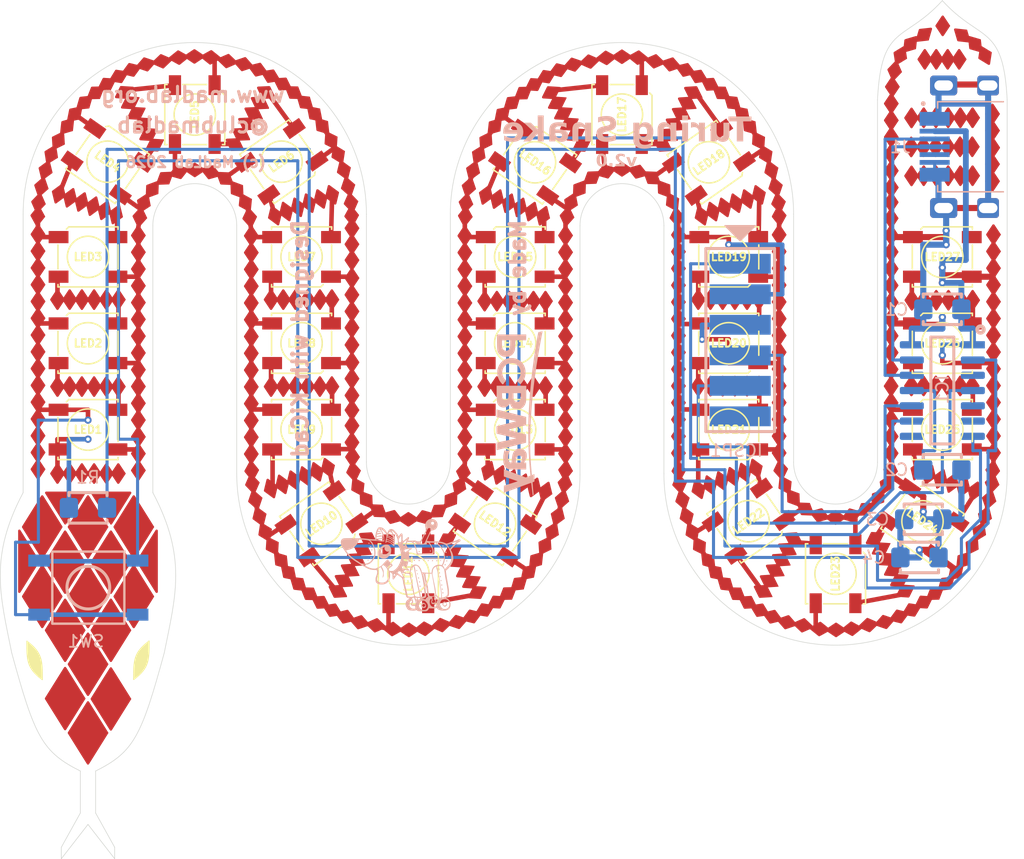
<source format=kicad_pcb>
(kicad_pcb (version 20241229) (generator "pcbnew") (generator_version "9.0")
  (title_block (title "Turing Snake") (date "2025-11-07") (rev "v2.0") (company "MadLab Ltd."))
  (layers (0 "F.Cu" signal) (2 "B.Cu" signal) (5 "F.SilkS" user "F.Silkscreen") (7 "B.SilkS" user "B.Silkscreen") (1 "F.Mask" user) (3 "B.Mask" user) (25 "Edge.Cuts" user))
  (net 0 "")
  (net 1 "GND")
  (net 2 "VCC")
  (net 4 "Net-(LED1-DO)")
  (net 5 "Net-(LED2-DO)")
  (net 6 "Net-(LED3-DO)")
  (net 7 "Net-(LED4-DO)")
  (net 8 "Net-(LED5-DO)")
  (net 9 "Net-(LED6-DO)")
  (net 10 "Net-(LED7-DO)")
  (net 11 "Net-(LED8-DO)")
  (net 12 "Net-(LED10-DI)")
  (net 13 "Net-(LED10-DO)")
  (net 14 "Net-(LED11-DO)")
  (net 15 "Net-(LED12-DO)")
  (net 16 "Net-(LED13-DO)")
  (net 17 "Net-(LED14-DO)")
  (net 18 "Net-(LED15-DO)")
  (net 19 "Net-(LED16-DO)")
  (net 20 "Net-(LED17-DO)")
  (net 21 "Net-(LED18-DO)")
  (net 22 "Net-(LED19-DO)")
  (net 23 "Net-(LED20-DO)")
  (net 24 "Net-(LED21-DO)")
  (net 25 "Net-(LED22-DO)")
  (net 26 "Net-(LED23-DO)")
  (net 27 "Net-(LED24-DO)")
  (net 28 "Net-(LED25-DO)")
  (net 29 "Net-(LED26-DO)")
  (net 31 "Net-(LED1-DI)")
  (net 32 "LEDS")
  (net 33 "Net-(IC1-RA0{slash}D+{slash}ICSPDAT)")
  (net 38 "Net-(IC1-RA3{slash}T1G{slash}~{SS}{slash}~{MCLR}{slash}Vpp)")
  (net 39 "Net-(IC1-RA1{slash}D-{slash}ICSPCLK)")
  (net 40 "Net-(IC1-Vusb3v3)")
  (net 42 "Net-(IC1-ICSPCLK{slash}SDI{slash}SDA{slash}RC1)")
  (net 43 "Net-(IC1-ICSPDAT{slash}SCK{slash}SCL{slash}RC0)")
  (net 44 "Net-(IC1-RA5{slash}SOSCI{slash}T1CKI{slash}PWM2{slash}CLKIN{slash}OSC1)")
  (footprint "turing:WS2812B" (layer "F.Cu") (at 111.76 99.658 -90)
    (property "Reference" "LED17")
    (property "Value" "WS2812B" (hide yes))
  )
  (footprint "turing:WS2812B" (layer "F.Cu") (at 67.31 125.8824)
    (property "Reference" "LED1")
    (property "Value" "WS2812B" (hide yes))
  )
  (footprint "turing:WS2812B" (layer "F.Cu") (at 85.09 111.506 180)
    (property "Reference" "LED7")
    (property "Value" "WS2812B" (hide yes))
  )
  (footprint "turing:WS2812B" (layer "F.Cu") (at 102.87 118.6942)
    (property "Reference" "LED14")
    (property "Value" "WS2812B" (hide yes))
  )
  (footprint "turing:WS2812B" (layer "F.Cu") (at 138.43 111.506)
    (property "Reference" "LED27")
    (property "Value" "WS2812B" (hide yes))
  )
  (footprint "turing:WS2812B" (layer "F.Cu") (at 85.09 118.6942 180)
    (property "Reference" "LED8")
    (property "Value" "WS2812B" (hide yes))
  )
  (footprint "turing:WS2812B" (layer "F.Cu") (at 86.741 133.721161 -145)
    (property "Reference" "LED10")
    (property "Value" "WS2812B" (hide yes))
  )
  (footprint "turing:WS2812B" (layer "F.Cu") (at 136.779 133.516063 -35)
    (property "Reference" "LED24")
    (property "Value" "WS2812B" (hide yes))
  )
  (footprint "turing:WS2812B" (layer "F.Cu") (at 102.87 125.8824)
    (property "Reference" "LED13")
    (property "Value" "WS2812B" (hide yes))
  )
  (footprint "turing:WS2812B" (layer "F.Cu") (at 120.65 118.6942 180)
    (property "Reference" "LED20")
    (property "Value" "WS2812B" (hide yes))
  )
  (footprint "turing:WS2812B" (layer "F.Cu") (at 68.942524 103.578339 -35)
    (property "Reference" "LED4")
    (property "Value" "WS2812B" (hide yes))
  )
  (footprint "turing:WS2812B" (layer "F.Cu") (at 129.54 137.885 -90)
    (property "Reference" "LED23")
    (property "Value" "WS2812B" (hide yes))
  )
  (footprint "turing:WS2812B" (layer "F.Cu") (at 102.87 111.506)
    (property "Reference" "LED15")
    (property "Value" "WS2812B" (hide yes))
  )
  (footprint "turing:WS2812B" (layer "F.Cu") (at 67.31 118.6942)
    (property "Reference" "LED2")
    (property "Value" "WS2812B" (hide yes))
  )
  (footprint "turing:WS2812B" (layer "F.Cu") (at 138.43 118.6942)
    (property "Reference" "LED26")
    (property "Value" "WS2812B" (hide yes))
  )
  (footprint "turing:WS2812B" (layer "F.Cu") (at 120.65 125.8824 180)
    (property "Reference" "LED21")
    (property "Value" "WS2812B" (hide yes))
  )
  (footprint "turing:WS2812B" (layer "F.Cu") (at 138.43 125.8824)
    (property "Reference" "LED25")
    (property "Value" "WS2812B" (hide yes))
  )
  (footprint "turing:WS2812B" (layer "F.Cu") (at 101.197138 133.721161 -35)
    (property "Reference" "LED12")
    (property "Value" "WS2812B" (hide yes))
  )
  (footprint "turing:WS2812B" (layer "F.Cu") (at 120.65 111.506 180)
    (property "Reference" "LED19")
    (property "Value" "WS2812B" (hide yes))
  )
  (footprint "turing:WS2812B" (layer "F.Cu") (at 76.2 99.658 -90)
    (property "Reference" "LED5")
    (property "Value" "WS2812B" (hide yes))
  )
  (footprint "turing:WS2812B" (layer "F.Cu") (at 122.301 133.505261 -145)
    (property "Reference" "LED22")
    (property "Value" "WS2812B" (hide yes))
  )
  (footprint "turing:WS2812B" (layer "F.Cu") (at 118.999 103.629139 -145)
    (property "Reference" "LED18")
    (property "Value" "WS2812B" (hide yes))
  )
  (footprint "turing:WS2812B" (layer "F.Cu") (at 93.98 137.885 -90)
    (property "Reference" "LED11")
    (property "Value" "WS2812B" (hide yes))
  )
  (footprint "turing:WS2812B" (layer "F.Cu") (at 83.420524 103.578339 -145)
    (property "Reference" "LED6")
    (property "Value" "WS2812B" (hide yes))
  )
  (footprint "turing:WS2812B" (layer "F.Cu") (at 85.09 125.8824 180)
    (property "Reference" "LED9")
    (property "Value" "WS2812B" (hide yes))
  )
  (footprint "turing:WS2812B" (layer "F.Cu") (at 67.31 111.506)
    (property "Reference" "LED3")
    (property "Value" "WS2812B" (hide yes))
  )
  (footprint "turing:WS2812B" (layer "F.Cu") (at 104.521 103.629139 -35)
    (property "Reference" "LED16")
    (property "Value" "WS2812B" (hide yes))
  )
  (footprint "turing:maddog" (layer "B.Cu") (at 93.345 137.16 180)
    (property "Reference" "G***" (hide yes))
    (property "Value" "LOGO" (hide yes))
  )
  (footprint "turing:AMPHENOL_10103593-0001LF" (layer "B.Cu") (at 142.24 102.3375 -90)
    (property "Reference" "J1")
    (property "Value" "10103593-0001LF")
  )
  (footprint "turing:C_1206" (layer "B.Cu") (at 138.43 115.86806 180)
    (property "Reference" "C1")
    (property "Value" "100n")
  )
  (footprint "turing:pushbutton_min_tactile_SMD" (layer "B.Cu") (at 71.4375 136.7875 180)
    (property "Reference" "SW1")
    (property "Value" "SW_MEC_5E" (hide yes))
  )
  (footprint "turing:ICSP" (layer "B.Cu") (at 121.6025 118.4275 -90)
    (property "Reference" "ICSP1")
    (property "Value" "ICSP")
  )
  (footprint "turing:SOIC14" (layer "B.Cu") (at 138.43 120.7262 180)
    (property "Reference" "IC1")
    (property "Value" "PIC16F1454-ISL")
  )
  (footprint "turing:C_1206" (layer "B.Cu") (at 136.8425 133.35)
    (property "Reference" "C3")
    (property "Value" "22u")
  )
  (footprint "turing:C_1206" (layer "B.Cu") (at 138.43 129.2225 180)
    (property "Reference" "C2")
    (property "Value" "100n")
  )
  (footprint "turing:R_1206" (layer "B.Cu") (at 67.31 132.3975 180)
    (property "Reference" "R1")
    (property "Value" "330R")
  )
  (footprint "turing:PCBWay logo" (layer "B.Cu") (at 103.1875 124.46 -90)
    (property "Reference" "G***" (hide yes))
    (property "Value" "LOGO" (hide yes))
  )
  (footprint "turing:C_1206" (layer "B.Cu") (at 136.525 136.525)
    (property "Reference" "C4")
    (property "Value" "22u")
  )
  (gr_poly (pts (xy 66.802 114.3) (xy 66.294 115.062) (xy 66.802 115.824) (xy 67.31 115.062)) (stroke (width 0.2)) (fill yes) (layer "F.Cu") (net 5))
  (gr_poly (pts (xy 107.733598 102.597112) (xy 108.64751 102.656053) (xy 109.05342 101.835113) (xy 108.13951 101.776171)) (stroke (width 0.2)) (fill yes) (layer "F.Cu") (net 19))
  (gr_poly (pts (xy 89.279046 109.692831) (xy 88.771046 110.454831) (xy 89.279046 111.216831) (xy 89.787046 110.454831)) (stroke (width 0.2)) (fill yes) (layer "F.Cu") (net 1))
  (gr_poly (pts (xy 78.253402 104.697306) (xy 77.685678 103.978698) (xy 76.803993 104.226364) (xy 77.371716 104.944971)) (stroke (width 0.2)) (fill yes) (layer "F.Cu") (net 2))
  (gr_poly (pts (xy 81.430925 132.457718) (xy 80.743015 131.853163) (xy 81.036486 130.985647) (xy 81.724397 131.590201)) (stroke (width 0.2)) (fill yes) (layer "F.Cu") (net 2))
  (gr_poly (pts (xy 137.475145 92.522762) (xy 136.564881 92.623414) (xy 136.307691 93.502368) (xy 137.217955 93.401716)) (stroke (width 0.2)) (fill yes) (layer "F.Cu") (net 1))
  (gr_poly (pts (xy 141.714131 133.800612) (xy 142.452113 133.258313) (xy 142.235368 132.368521) (xy 141.497385 132.910819)) (stroke (width 0.2)) (fill yes) (layer "F.Cu") (net 2))
  (gr_poly (pts (xy 106.209598 99.957467) (xy 107.123509 100.016408) (xy 107.529421 99.195467) (xy 106.615509 99.136526)) (stroke (width 0.2)) (fill yes) (layer "F.Cu") (net 19))
  (gr_poly (pts (xy 134.1755 103.5685) (xy 133.6675 104.3305) (xy 134.1755 105.0925) (xy 134.6835 104.3305)) (stroke (width 0.2)) (fill yes) (layer "F.Cu") (net 1))
  (gr_poly (pts (xy 142.6845 118.666846) (xy 142.1765 119.428846) (xy 142.6845 120.190846) (xy 143.1925 119.428846)) (stroke (width 0.2)) (fill yes) (layer "F.Cu") (net 2))
  (gr_poly (pts (xy 100.156815 102.317784) (xy 99.374376 102.7937) (xy 99.512746 103.698997) (xy 100.295186 103.223082)) (stroke (width 0.2)) (fill yes) (layer "F.Cu") (net 1))
  (gr_poly (pts (xy 117.412183 96.161053) (xy 118.31748 96.022685) (xy 118.793396 96.805124) (xy 117.8881 96.943494)) (stroke (width 0.2)) (fill yes) (layer "F.Cu") (net 1))
  (gr_poly (pts (xy 128.778 133.201508) (xy 129.54 133.709508) (xy 130.301999 133.201508) (xy 129.54 132.693508)) (stroke (width 0.2)) (fill yes) (layer "F.Cu") (net 1))
  (gr_poly (pts (xy 123.842525 137.227454) (xy 124.756436 137.168513) (xy 125.162348 137.989454) (xy 124.248436 138.048395)) (stroke (width 0.2)) (fill yes) (layer "F.Cu") (net 25))
  (gr_poly (pts (xy 134.1628 125.692877) (xy 133.6548 126.454877) (xy 134.1628 127.216877) (xy 134.6708 126.454877)) (stroke (width 0.2)) (fill yes) (layer "F.Cu") (net 1))
  (gr_poly (pts (xy 142.6845 124.254846) (xy 142.1765 125.016846) (xy 142.6845 125.778846) (xy 143.1925 125.016846)) (stroke (width 0.2)) (fill yes) (layer "F.Cu") (net 2))
  (gr_poly (pts (xy 98.679 113.178492) (xy 98.171 113.940492) (xy 98.679 114.702492) (xy 99.187 113.940492)) (stroke (width 0.2)) (fill yes) (layer "F.Cu") (net 1))
  (gr_poly (pts (xy 116.459 108.9152) (xy 115.951 109.6772) (xy 116.459 110.4392) (xy 116.967 109.6772)) (stroke (width 0.2)) (fill yes) (layer "F.Cu") (net 2))
  (gr_poly (pts (xy 134.1628 124.295877) (xy 133.6548 125.057877) (xy 134.1628 125.819877) (xy 134.6708 125.057877)) (stroke (width 0.2)) (fill yes) (layer "F.Cu") (net 1))
  (gr_poly (pts (xy 82.8548 96.735206) (xy 83.768711 96.676266) (xy 84.174622 97.497207) (xy 83.260711 97.556148)) (stroke (width 0.2)) (fill yes) (layer "F.Cu") (net 1))
  (gr_poly (pts (xy 83.870551 137.358258) (xy 82.991597 137.101068) (xy 82.890944 136.190805) (xy 83.769899 136.447994)) (stroke (width 0.2)) (fill yes) (layer "F.Cu") (net 2))
  (gr_poly (pts (xy 68.834 114.3) (xy 68.326 115.062) (xy 68.834 115.824) (xy 69.342 115.062)) (stroke (width 0.2)) (fill yes) (layer "F.Cu") (net 5))
  (gr_poly (pts (xy 63.624547 104.939889) (xy 62.936637 105.544444) (xy 63.230108 106.41196) (xy 63.918019 105.807406)) (stroke (width 0.2)) (fill yes) (layer "F.Cu") (net 1))
  (gr_poly (pts (xy 91.291063 135.349014) (xy 90.377152 135.407955) (xy 89.97124 134.587014) (xy 90.885152 134.528073)) (stroke (width 0.2)) (fill yes) (layer "F.Cu") (net 13))
  (gr_poly (pts (xy 90.022327 131.097816) (xy 90.059239 132.012882) (xy 90.918112 132.330757) (xy 90.8812 131.415692)) (stroke (width 0.2)) (fill yes) (layer "F.Cu") (net 1))
  (gr_poly (pts (xy 136.246388 93.21895) (xy 135.367432 93.476139) (xy 135.266778 94.3864) (xy 136.145734 94.129211)) (stroke (width 0.2)) (fill yes) (layer "F.Cu") (net 1))
  (gr_poly (pts (xy 98.679 124.354492) (xy 98.171 125.116492) (xy 98.679 125.878492) (xy 99.187 125.116492)) (stroke (width 0.2)) (fill yes) (layer "F.Cu") (net 1))
  (gr_poly (pts (xy 100.170738 107.06632) (xy 100.908721 106.52402) (xy 100.691977 105.634228) (xy 99.953994 106.176528)) (stroke (width 0.2)) (fill yes) (layer "F.Cu") (net 18))
  (gr_poly (pts (xy 75.5904 104.2127) (xy 74.708714 103.965035) (xy 74.140991 104.683642) (xy 75.022676 104.931308)) (stroke (width 0.2)) (fill yes) (layer "F.Cu") (net 2))
  (gr_poly (pts (xy 86.614 121.539) (xy 86.106 122.301) (xy 86.614 123.063) (xy 87.122 122.301)) (stroke (width 0.2)) (fill yes) (layer "F.Cu") (net 11))
  (gr_poly (pts (xy 114.499429 101.832578) (xy 115.41334 101.773637) (xy 115.819252 102.594578) (xy 114.90534 102.653519)) (stroke (width 0.2)) (fill yes) (layer "F.Cu") (net 20))
  (gr_poly (pts (xy 63.1444 115.8494) (xy 62.6364 116.6114) (xy 63.1444 117.3734) (xy 63.6524 116.6114)) (stroke (width 0.2)) (fill yes) (layer "F.Cu") (net 1))
  (gr_poly (pts (xy 140.664412 93.214811) (xy 141.543368 93.472) (xy 141.644022 94.382261) (xy 140.765066 94.125072)) (stroke (width 0.2)) (fill yes) (layer "F.Cu"))
  (gr_poly (pts (xy 138.9126 103.9876) (xy 138.4046 104.7496) (xy 138.9126 105.5116) (xy 139.4206 104.7496)) (stroke (width 0.2)) (fill yes) (layer "F.Cu"))
  (gr_poly (pts (xy 137.922 95.8215) (xy 138.43 95.0595) (xy 137.922 94.2975) (xy 137.414 95.0595)) (stroke (width 0.2)) (fill yes) (layer "F.Cu"))
  (gr_poly (pts (xy 134.1755 100.7745) (xy 133.6675 101.5365) (xy 134.1755 102.2985) (xy 134.6835 101.5365)) (stroke (width 0.2)) (fill yes) (layer "F.Cu") (net 1))
  (gr_poly (pts (xy 105.390462 121.539) (xy 104.882462 122.301) (xy 105.390462 123.063) (xy 105.898462 122.301)) (stroke (width 0.2)) (fill yes) (layer "F.Cu") (net 16))
  (gr_poly (pts (xy 120.3018 130.870777) (xy 119.563817 130.328477) (xy 119.780562 129.438685) (xy 120.518545 129.980985)) (stroke (width 0.2)) (fill yes) (layer "F.Cu") (net 24))
  (gr_poly (pts (xy 89.281 122.2756) (xy 88.773 123.0376) (xy 89.281 123.7996) (xy 89.789 123.0376)) (stroke (width 0.2)) (fill yes) (layer "F.Cu") (net 1))
  (gr_poly (pts (xy 139.917929 121.484893) (xy 139.409929 122.246893) (xy 139.917929 123.008893) (xy 140.425929 122.246893)) (stroke (width 0.2)) (fill yes) (layer "F.Cu") (net 28))
  (gr_poly (pts (xy 115.50566 100.089735) (xy 116.419571 100.030794) (xy 116.825483 100.851735) (xy 115.911571 100.910676)) (stroke (width 0.2)) (fill yes) (layer "F.Cu") (net 20))
  (gr_poly (pts (xy 80.8736 108.995308) (xy 81.270606 108.170024) (xy 80.661499 107.486141) (xy 80.264494 108.311424)) (stroke (width 0.2)) (fill yes) (layer "F.Cu") (net 2))
  (gr_poly (pts (xy 83.030785 136.227071) (xy 82.209845 135.82116) (xy 82.268786 134.907248) (xy 83.089727 135.313158)) (stroke (width 0.2)) (fill yes) (layer "F.Cu") (net 2))
  (gr_poly (pts (xy 63.1444 124.2314) (xy 62.6364 124.9934) (xy 63.1444 125.7554) (xy 63.6524 124.9934)) (stroke (width 0.2)) (fill yes) (layer "F.Cu") (net 1))
  (gr_poly (pts (xy 98.679 108.987492) (xy 98.171 109.749492) (xy 98.679 110.511492) (xy 99.187 109.749492)) (stroke (width 0.2)) (fill yes) (layer "F.Cu") (net 1))
  (gr_poly (pts (xy 65.224407 101.170536) (xy 64.403467 101.576447) (xy 64.462408 102.490359) (xy 65.283349 102.084449)) (stroke (width 0.2)) (fill yes) (layer "F.Cu") (net 1))
  (gr_poly (pts (xy 80.899 115.974446) (xy 80.391 116.736446) (xy 80.899 117.498446) (xy 81.407 116.736446)) (stroke (width 0.2)) (fill yes) (layer "F.Cu") (net 2))
  (gr_poly (pts (xy 89.281 126.1872) (xy 88.773 126.9492) (xy 89.281 127.711199) (xy 89.789 126.9492)) (stroke (width 0.2)) (fill yes) (layer "F.Cu") (net 1))
  (gr_poly (pts (xy 124.347525 104.942106) (xy 125.035435 105.546661) (xy 124.741964 106.414177) (xy 124.054053 105.809623)) (stroke (width 0.2)) (fill yes) (layer "F.Cu") (net 1))
  (gr_poly (pts (xy 82.376595 135.102183) (xy 81.594156 134.626267) (xy 81.732526 133.72097) (xy 82.514966 134.196885)) (stroke (width 0.2)) (fill yes) (layer "F.Cu") (net 2))
  (gr_poly (pts (xy 107.061 120.136138) (xy 106.553 120.898138) (xy 107.061 121.660138) (xy 107.569 120.898138)) (stroke (width 0.2)) (fill yes) (layer "F.Cu") (net 2))
  (gr_poly (pts (xy 138.527808 129.268373) (xy 137.789825 129.810673) (xy 138.00657 130.700465) (xy 138.744553 130.158165)) (stroke (width 0.2)) (fill yes) (layer "F.Cu") (net 27))
  (gr_poly (pts (xy 122.747665 101.172753) (xy 123.568605 101.578664) (xy 123.509664 102.492576) (xy 122.688723 102.086666)) (stroke (width 0.2)) (fill yes) (layer "F.Cu") (net 1))
  (gr_poly (pts (xy 64.570217 102.295424) (xy 63.787778 102.77134) (xy 63.926148 103.676637) (xy 64.708588 103.200722)) (stroke (width 0.2)) (fill yes) (layer "F.Cu") (net 1))
  (gr_poly (pts (xy 142.6845 121.460846) (xy 142.1765 122.222846) (xy 142.6845 122.984846) (xy 143.1925 122.222846)) (stroke (width 0.2)) (fill yes) (layer "F.Cu") (net 2))
  (gr_poly (pts (xy 98.679 110.384492) (xy 98.171 111.146492) (xy 98.679 111.908492) (xy 99.187 111.146492)) (stroke (width 0.2)) (fill yes) (layer "F.Cu") (net 1))
  (gr_poly (pts (xy 80.899 122.959446) (xy 80.391 123.721446) (xy 80.899 124.483446) (xy 81.407 123.721446)) (stroke (width 0.2)) (fill yes) (layer "F.Cu") (net 2))
  (gr_poly (pts (xy 116.459 125.6792) (xy 115.951 126.4412) (xy 116.459 127.2032) (xy 116.967 126.4412)) (stroke (width 0.2)) (fill yes) (layer "F.Cu") (net 2))
  (gr_poly (pts (xy 67.818 114.3) (xy 67.31 115.062) (xy 67.818 115.824) (xy 68.326 115.062)) (stroke (width 0.2)) (fill yes) (layer "F.Cu") (net 5))
  (gr_poly (pts (xy 82.611912 107.350355) (xy 83.349895 107.892655) (xy 83.133151 108.782447) (xy 82.395168 108.240147)) (stroke (width 0.2)) (fill yes) (layer "F.Cu") (net 9))
  (gr_poly (pts (xy 93.218 133.35) (xy 93.98 133.858) (xy 94.741999 133.35) (xy 93.98 132.842)) (stroke (width 0.2)) (fill yes) (layer "F.Cu") (net 1))
  (gr_poly (pts (xy 71.499046 110.355184) (xy 70.991046 111.117184) (xy 71.499046 111.879184) (xy 72.007046 111.117184)) (stroke (width 0.2)) (fill yes) (layer "F.Cu") (net 2))
  (gr_poly (pts (xy 132.159256 135.321496) (xy 133.073167 135.380437) (xy 133.479079 134.559496) (xy 132.565167 134.500555)) (stroke (width 0.2)) (fill yes) (layer "F.Cu") (net 26))
  (gr_poly (pts (xy 124.840549 125.665824) (xy 124.332549 126.427824) (xy 124.840549 127.189824) (xy 125.348549 126.427824)) (stroke (width 0.2)) (fill yes) (layer "F.Cu") (net 1))
  (gr_poly (pts (xy 134.1628 120.104877) (xy 133.6548 120.866877) (xy 134.1628 121.628877) (xy 134.6708 120.866877)) (stroke (width 0.2)) (fill yes) (layer "F.Cu") (net 1))
  (gr_poly (pts (xy 99.366868 137.31885) (xy 98.452957 137.259909) (xy 98.047045 138.08085) (xy 98.960957 138.139791)) (stroke (width 0.2)) (fill yes) (layer "F.Cu") (net 14))
  (gr_poly (pts (xy 67.31 148.59) (xy 65.7225 151.13) (xy 67.31 153.67) (xy 68.8975 151.13)) (stroke (width 0.2)) (fill yes) (layer "F.Cu"))
  (gr_poly (pts (xy 63.316212 106.255476) (xy 62.68361 106.917685) (xy 63.051573 107.756322) (xy 63.684176 107.094113)) (stroke (width 0.2)) (fill yes) (layer "F.Cu") (net 1))
  (gr_poly (pts (xy 82.788294 131.502829) (xy 82.050311 130.960529) (xy 82.267056 130.070738) (xy 83.005038 130.613037)) (stroke (width 0.2)) (fill yes) (layer "F.Cu") (net 12))
  (gr_poly (pts (xy 86.412463 105.967068) (xy 87.150447 106.509367) (xy 86.933702 107.399159) (xy 86.195719 106.85686)) (stroke (width 0.2)) (fill yes) (layer "F.Cu") (net 9))
  (gr_poly (pts (xy 134.010894 130.034926) (xy 134.62 129.351041) (xy 134.222995 128.525759) (xy 133.613888 129.209642)) (stroke (width 0.2)) (fill yes) (layer "F.Cu") (net 1))
  (gr_poly (pts (xy 134.2644 96.5835) (xy 133.7564 97.3455) (xy 134.2644 98.1075) (xy 134.7724 97.3455)) (stroke (width 0.2)) (fill yes) (layer "F.Cu") (net 1))
  (gr_poly (pts (xy 67.818 128.778) (xy 67.31 129.54) (xy 67.818 130.302) (xy 68.326 129.54)) (stroke (width 0.2)) (fill yes) (layer "F.Cu") (net 31))
  (gr_poly (pts (xy 65.786 128.778) (xy 65.278 129.54) (xy 65.786 130.302) (xy 66.294 129.54)) (stroke (width 0.2)) (fill yes) (layer "F.Cu") (net 31))
  (gr_poly (pts (xy 104.394 114.427) (xy 103.886 115.189) (xy 104.394 115.951) (xy 104.902 115.189)) (stroke (width 0.2)) (fill yes) (layer "F.Cu") (net 17))
  (gr_poly (pts (xy 124.840549 110.298824) (xy 124.332549 111.060824) (xy 124.840549 111.822824) (xy 125.348549 111.060824)) (stroke (width 0.2)) (fill yes) (layer "F.Cu") (net 1))
  (gr_poly (pts (xy 116.331207 95.680416) (xy 117.220999 95.463672) (xy 117.763298 96.201655) (xy 116.873507 96.4184)) (stroke (width 0.2)) (fill yes) (layer "F.Cu") (net 1))
  (gr_poly (pts (xy 69.231394 133.68177) (xy 70.818894 131.14177) (xy 67.643894 131.14177)) (stroke (width 0.2)) (fill yes) (layer "F.Cu"))
  (gr_poly (pts (xy 71.499046 117.340184) (xy 70.991046 118.102184) (xy 71.499046 118.864184) (xy 72.007046 118.102184)) (stroke (width 0.2)) (fill yes) (layer "F.Cu") (net 2))
  (gr_poly (pts (xy 112.522 104.218154) (xy 111.76 103.710154) (xy 110.998001 104.218154) (xy 111.76 104.726154)) (stroke (width 0.2)) (fill yes) (layer "F.Cu") (net 2))
  (gr_poly (pts (xy 85.598 114.3) (xy 85.09 115.062) (xy 85.598 115.824) (xy 86.106 115.062)) (stroke (width 0.2)) (fill yes) (layer "F.Cu") (net 10))
  (gr_poly (pts (xy 142.619799 101.6508) (xy 142.111799 102.4128) (xy 142.619799 103.174799) (xy 143.127799 102.4128)) (stroke (width 0.2)) (fill yes) (layer "F.Cu"))
  (gr_poly (pts (xy 123.334525 138.107336) (xy 124.248436 138.048395) (xy 124.654348 138.869336) (xy 123.740436 138.928277)) (stroke (width 0.2)) (fill yes) (layer "F.Cu") (net 25))
  (gr_poly (pts (xy 73.110077 105.280428) (xy 72.251204 105.598305) (xy 72.214292 106.513369) (xy 73.073165 106.195494)) (stroke (width 0.2)) (fill yes) (layer "F.Cu") (net 2))
  (gr_poly (pts (xy 107.061 114.548138) (xy 106.553 115.310138) (xy 107.061 116.072138) (xy 107.569 115.310138)) (stroke (width 0.2)) (fill yes) (layer "F.Cu") (net 2))
  (gr_poly (pts (xy 66.802 121.539) (xy 66.294 122.301) (xy 66.802 123.063) (xy 67.31 122.301)) (stroke (width 0.2)) (fill yes) (layer "F.Cu") (net 4))
  (gr_poly (pts (xy 107.815401 106.269495) (xy 107.050047 106.77243) (xy 107.219926 107.672343) (xy 107.985279 107.169412)) (stroke (width 0.2)) (fill yes) (layer "F.Cu") (net 2))
  (gr_poly (pts (xy 106.154131 133.800612) (xy 106.892113 133.258313) (xy 106.675368 132.368521) (xy 105.937385 132.910819)) (stroke (width 0.2)) (fill yes) (layer "F.Cu") (net 2))
  (gr_poly (pts (xy 89.281 116.6368) (xy 88.773 117.3988) (xy 89.281 118.1608) (xy 89.789 117.3988)) (stroke (width 0.2)) (fill yes) (layer "F.Cu") (net 1))
  (gr_poly (pts (xy 68.420583 108.346052) (xy 69.158567 107.803753) (xy 68.941822 106.913961) (xy 68.203839 107.45626)) (stroke (width 0.2)) (fill yes) (layer "F.Cu") (net 6))
  (gr_poly (pts (xy 121.907899 100.041566) (xy 122.786853 100.298756) (xy 122.887506 101.209019) (xy 122.008551 100.95183)) (stroke (width 0.2)) (fill yes) (layer "F.Cu") (net 1))
  (gr_poly (pts (xy 89.281 119.524585) (xy 88.773 120.286585) (xy 89.281 121.048585) (xy 89.789 120.286585)) (stroke (width 0.2)) (fill yes) (layer "F.Cu") (net 1))
  (gr_poly (pts (xy 118.590785 136.227071) (xy 117.769845 135.82116) (xy 117.828786 134.907248) (xy 118.649727 135.313158)) (stroke (width 0.2)) (fill yes) (layer "F.Cu") (net 2))
  (gr_poly (pts (xy 134.1628 118.707877) (xy 133.6548 119.469877) (xy 134.1628 120.231877) (xy 134.6708 119.469877)) (stroke (width 0.2)) (fill yes) (layer "F.Cu") (net 1))
  (gr_poly (pts (xy 117.936595 135.102183) (xy 117.154156 134.626267) (xy 117.292526 133.72097) (xy 118.074966 134.196885)) (stroke (width 0.2)) (fill yes) (layer "F.Cu") (net 2))
  (gr_poly (pts (xy 118.441398 96.757566) (xy 119.355309 96.698626) (xy 119.76122 97.519567) (xy 118.847309 97.578508)) (stroke (width 0.2)) (fill yes) (layer "F.Cu") (net 1))
  (gr_poly (pts (xy 93.260834 142.5575) (xy 94.022834 143.0655) (xy 94.784833 142.5575) (xy 94.022834 142.0495)) (stroke (width 0.2)) (fill yes) (layer "F.Cu") (net 2))
  (gr_poly (pts (xy 64.037721 103.576852) (xy 63.299739 104.119151) (xy 63.516484 105.008943) (xy 64.254467 104.466645)) (stroke (width 0.2)) (fill yes) (layer "F.Cu") (net 1))
  (gr_poly (pts (xy 142.6845 108.887846) (xy 142.1765 109.649846) (xy 142.6845 110.411846) (xy 143.1925 109.649846)) (stroke (width 0.2)) (fill yes) (layer "F.Cu") (net 2))
  (gr_poly (pts (xy 87.543573 129.772049) (xy 86.80559 129.229749) (xy 87.022334 128.339957) (xy 87.760317 128.882257)) (stroke (width 0.2)) (fill yes) (layer "F.Cu") (net 12))
  (gr_poly (pts (xy 138.901929 121.484893) (xy 138.393929 122.246893) (xy 138.901929 123.008893) (xy 139.409929 122.246893)) (stroke (width 0.2)) (fill yes) (layer "F.Cu") (net 28))
  (gr_poly (pts (xy 87.610462 121.539) (xy 87.102462 122.301) (xy 87.610462 123.063) (xy 88.118462 122.301)) (stroke (width 0.2)) (fill yes) (layer "F.Cu") (net 11))
  (gr_poly (pts (xy 106.717598 100.837349) (xy 107.63151 100.89629) (xy 108.037421 100.075349) (xy 107.123509 100.016408)) (stroke (width 0.2)) (fill yes) (layer "F.Cu") (net 19))
  (gr_poly (pts (xy 98.550987 141.699265) (xy 99.440779 141.916009) (xy 99.983078 141.178026) (xy 99.093287 140.961281)) (stroke (width 0.2)) (fill yes) (layer "F.Cu") (net 2))
  (gr_poly (pts (xy 116.52166 98.329971) (xy 117.435572 98.271031) (xy 117.841483 99.091971) (xy 116.927572 99.150912)) (stroke (width 0.2)) (fill yes) (layer "F.Cu") (net 20))
  (gr_poly (pts (xy 98.679 114.575492) (xy 98.171 115.337492) (xy 98.679 116.099492) (xy 99.187 115.337492)) (stroke (width 0.2)) (fill yes) (layer "F.Cu") (net 1))
  (gr_poly (pts (xy 65.5564 107.303575) (xy 66.294383 106.761275) (xy 66.077639 105.871483) (xy 65.339656 106.413783)) (stroke (width 0.2)) (fill yes) (layer "F.Cu") (net 6))
  (gr_poly (pts (xy 63.5 131.445) (xy 61.9125 133.985) (xy 63.5 136.525) (xy 65.0875 133.985)) (stroke (width 0.2)) (fill yes) (layer "F.Cu"))
  (gr_poly (pts (xy 139.9286 103.9876) (xy 139.4206 104.7496) (xy 139.9286 105.5116) (xy 140.4366 104.7496)) (stroke (width 0.2)) (fill yes) (layer "F.Cu"))
  (gr_poly (pts (xy 119.405538 97.414034) (xy 120.321108 97.434971) (xy 120.653925 98.288165) (xy 119.738354 98.267229)) (stroke (width 0.2)) (fill yes) (layer "F.Cu") (net 1))
  (gr_poly (pts (xy 69.375311 108.693545) (xy 70.113294 108.151245) (xy 69.896549 107.261454) (xy 69.158567 107.803753)) (stroke (width 0.2)) (fill yes) (layer "F.Cu") (net 6))
  (gr_poly (pts (xy 118.134017 107.3569) (xy 118.872 107.8992) (xy 118.655256 108.788992) (xy 117.917273 108.246692)) (stroke (width 0.2)) (fill yes) (layer "F.Cu") (net 21))
  (gr_poly (pts (xy 136.869929 121.484893) (xy 136.361929 122.246893) (xy 136.869929 123.008893) (xy 137.377929 122.246893)) (stroke (width 0.2)) (fill yes) (layer "F.Cu") (net 28))
  (gr_poly (pts (xy 136.8552 101.5755) (xy 136.3472 102.3375) (xy 136.8552 103.0995) (xy 137.3632 102.3375)) (stroke (width 0.2)) (fill yes) (layer "F.Cu"))
  (gr_poly (pts (xy 116.4336 108.946462) (xy 116.830606 108.121178) (xy 116.221499 107.437295) (xy 115.824494 108.262578)) (stroke (width 0.2)) (fill yes) (layer "F.Cu") (net 2))
  (gr_poly (pts (xy 124.840549 108.901824) (xy 124.332549 109.663824) (xy 124.840549 110.425824) (xy 125.348549 109.663824)) (stroke (width 0.2)) (fill yes) (layer "F.Cu") (net 1))
  (gr_poly (pts (xy 134.1755 99.3775) (xy 133.6675 100.1395) (xy 134.1755 100.9015) (xy 134.6835 100.1395)) (stroke (width 0.2)) (fill yes) (layer "F.Cu") (net 1))
  (gr_poly (pts (xy 124.840549 120.077824) (xy 124.332549 120.839824) (xy 124.840549 121.601824) (xy 125.348549 120.839824)) (stroke (width 0.2)) (fill yes) (layer "F.Cu") (net 1))
  (gr_poly (pts (xy 67.31 131.445) (xy 65.7225 133.985) (xy 67.31 136.525) (xy 68.8975 133.985)) (stroke (width 0.2)) (fill yes) (layer "F.Cu"))
  (gr_poly (pts (xy 84.582 114.3) (xy 84.074 115.062) (xy 84.582 115.824) (xy 85.09 115.062)) (stroke (width 0.2)) (fill yes) (layer "F.Cu") (net 10))
  (gr_poly (pts (xy 107.061 108.960138) (xy 106.553 109.722138) (xy 107.061 110.484138) (xy 107.569 109.722138)) (stroke (width 0.2)) (fill yes) (layer "F.Cu") (net 2))
  (gr_poly (pts (xy 114.99766 100.969617) (xy 115.911571 100.910676) (xy 116.317483 101.731617) (xy 115.403571 101.790558)) (stroke (width 0.2)) (fill yes) (layer "F.Cu") (net 20))
  (gr_poly (pts (xy 116.459 113.1062) (xy 115.951 113.8682) (xy 116.459 114.6302) (xy 116.967 113.8682)) (stroke (width 0.2)) (fill yes) (layer "F.Cu") (net 2))
  (gr_poly (pts (xy 80.765475 107.651622) (xy 80.856274 106.740324) (xy 80.05 106.306011) (xy 79.9592 107.217308)) (stroke (width 0.2)) (fill yes) (layer "F.Cu") (net 2))
  (gr_poly (pts (xy 118.11 114.3) (xy 117.602 115.062) (xy 118.11 115.823999) (xy 118.618 115.062)) (stroke (width 0.2)) (fill yes) (layer "F.Cu") (net 22))
  (gr_poly (pts (xy 113.813402 104.64846) (xy 113.245678 103.929852) (xy 112.363993 104.177518) (xy 112.931716 104.896125)) (stroke (width 0.2)) (fill yes) (layer "F.Cu") (net 2))
  (gr_poly (pts (xy 106.567305 132.437575) (xy 107.255215 131.83302) (xy 106.961744 130.965504) (xy 106.273833 131.570058)) (stroke (width 0.2)) (fill yes) (layer "F.Cu") (net 2))
  (gr_poly (pts (xy 66.064173 100.039349) (xy 65.185219 100.296539) (xy 65.084566 101.206802) (xy 65.963521 100.949613)) (stroke (width 0.2)) (fill yes) (layer "F.Cu") (net 1))
  (gr_poly (pts (xy 89.281 124.7902) (xy 88.773 125.5522) (xy 89.281 126.3142) (xy 89.789 125.5522)) (stroke (width 0.2)) (fill yes) (layer "F.Cu") (net 1))
  (gr_poly (pts (xy 134.1628 111.722877) (xy 133.6548 112.484877) (xy 134.1628 113.246877) (xy 134.6708 112.484877)) (stroke (width 0.2)) (fill yes) (layer "F.Cu") (net 1))
  (gr_poly (pts (xy 120.142 114.3) (xy 119.634 115.062) (xy 120.142 115.824) (xy 120.65 115.062)) (stroke (width 0.2)) (fill yes) (layer "F.Cu") (net 22))
  (gr_poly (pts (xy 71.499046 125.722184) (xy 70.991046 126.484184) (xy 71.499046 127.246184) (xy 72.007046 126.484184)) (stroke (width 0.2)) (fill yes) (layer "F.Cu") (net 2))
  (gr_poly (pts (xy 132.893929 142.093705) (xy 133.761445 142.387175) (xy 134.366 141.699265) (xy 133.498485 141.405794)) (stroke (width 0.2)) (fill yes) (layer "F.Cu") (net 2))
  (gr_poly (pts (xy 89.325939 127.402492) (xy 88.817939 128.164492) (xy 89.325939 128.926491) (xy 89.833939 128.164492)) (stroke (width 0.2)) (fill yes) (layer "F.Cu") (net 1))
  (gr_poly (pts (xy 116.459 114.5032) (xy 115.951 115.2652) (xy 116.459 116.0272) (xy 116.967 115.2652)) (stroke (width 0.2)) (fill yes) (layer "F.Cu") (net 2))
  (gr_poly (pts (xy 64.77 121.539) (xy 64.262 122.301) (xy 64.77 123.062999) (xy 65.278 122.301)) (stroke (width 0.2)) (fill yes) (layer "F.Cu") (net 4))
  (gr_poly (pts (xy 74.321066 104.511979) (xy 73.406 104.548892) (xy 73.088125 105.407763) (xy 74.00319 105.370852)) (stroke (width 0.2)) (fill yes) (layer "F.Cu") (net 2))
  (gr_poly (pts (xy 84.697749 130.807844) (xy 83.959766 130.265544) (xy 84.176511 129.375752) (xy 84.914494 129.918052)) (stroke (width 0.2)) (fill yes) (layer "F.Cu") (net 12))
  (gr_poly (pts (xy 134.181487 138.824103) (xy 135.095399 138.883043) (xy 135.50131 138.062103) (xy 134.587399 138.003162)) (stroke (width 0.2)) (fill yes) (layer "F.Cu") (net 26))
  (gr_poly (pts (xy 71.679288 101.698437) (xy 72.5932 101.757377) (xy 72.999111 100.936437) (xy 72.0852 100.877496)) (stroke (width 0.2)) (fill yes) (layer "F.Cu") (net 7))
  (gr_poly (pts (xy 98.90281 106.277836) (xy 98.270208 106.940045) (xy 98.638171 107.778682) (xy 99.270774 107.116473)) (stroke (width 0.2)) (fill yes) (layer "F.Cu") (net 1))
  (gr_poly (pts (xy 83.81894 97.391674) (xy 84.73451 97.412611) (xy 85.067327 98.265805) (xy 84.151756 98.244869)) (stroke (width 0.2)) (fill yes) (layer "F.Cu") (net 1))
  (gr_poly (pts (xy 68.834 128.778) (xy 68.326 129.54) (xy 68.834 130.302) (xy 69.342 129.54)) (stroke (width 0.2)) (fill yes) (layer "F.Cu") (net 31))
  (gr_poly (pts (xy 79.322473 105.42164) (xy 79.004597 104.562767) (xy 78.089532 104.525856) (xy 78.407407 105.384728)) (stroke (width 0.2)) (fill yes) (layer "F.Cu") (net 2))
  (gr_poly (pts (xy 138.8745 95.8215) (xy 139.3825 95.0595) (xy 138.8745 94.2975) (xy 138.3665 95.0595)) (stroke (width 0.2)) (fill yes) (layer "F.Cu"))
  (gr_poly (pts (xy 73.025 139.3825) (xy 73.025 136.8425) (xy 73.025 134.3025) (xy 71.4375 136.8425)) (stroke (width 0.2)) (fill yes) (layer "F.Cu"))
  (gr_poly (pts (xy 140.9446 99.1616) (xy 140.4366 99.9236) (xy 140.9446 100.6856) (xy 141.4526 99.9236)) (stroke (width 0.2)) (fill yes) (layer "F.Cu"))
  (gr_poly (pts (xy 100.373099 139.061693) (xy 99.459188 139.002752) (xy 99.053276 139.823693) (xy 99.967188 139.882634)) (stroke (width 0.2)) (fill yes) (layer "F.Cu") (net 14))
  (gr_poly (pts (xy 130.133625 142.527401) (xy 130.937 142.967055) (xy 131.651824 142.394575) (xy 130.84845 141.954921)) (stroke (width 0.2)) (fill yes) (layer "F.Cu") (net 2))
  (gr_poly (pts (xy 122.836294 138.970297) (xy 123.750205 138.911356) (xy 124.156117 139.732297) (xy 123.242205 139.791238)) (stroke (width 0.2)) (fill yes) (layer "F.Cu") (net 25))
  (gr_poly (pts (xy 124.350525 136.347572) (xy 125.264437 136.288631) (xy 125.670348 137.109572) (xy 124.756436 137.168513)) (stroke (width 0.2)) (fill yes) (layer "F.Cu") (net 25))
  (gr_poly (pts (xy 107.061 125.724138) (xy 106.553 126.486138) (xy 107.061 127.248138) (xy 107.569 126.486138)) (stroke (width 0.2)) (fill yes) (layer "F.Cu") (net 2))
  (gr_poly (pts (xy 80.899 121.562446) (xy 80.391 122.324446) (xy 80.899 123.086446) (xy 81.407 122.324446)) (stroke (width 0.2)) (fill yes) (layer "F.Cu") (net 2))
  (gr_poly (pts (xy 87.337052 140.642258) (xy 86.423141 140.701198) (xy 86.01723 139.880257) (xy 86.931141 139.821316)) (stroke (width 0.2)) (fill yes) (layer "F.Cu") (net 2))
  (gr_poly (pts (xy 101.107106 107.40713) (xy 101.845089 106.86483) (xy 101.628345 105.975038) (xy 100.890362 106.517338)) (stroke (width 0.2)) (fill yes) (layer "F.Cu") (net 18))
  (gr_poly (pts (xy 103.378 114.427) (xy 102.87 115.189) (xy 103.378 115.951) (xy 103.886 115.189)) (stroke (width 0.2)) (fill yes) (layer "F.Cu") (net 17))
  (gr_poly (pts (xy 116.68259 131.142131) (xy 116.049988 130.479922) (xy 116.417951 129.641285) (xy 117.050554 130.303494)) (stroke (width 0.2)) (fill yes) (layer "F.Cu") (net 2))
  (gr_poly (pts (xy 107.061 110.357138) (xy 106.553 111.119138) (xy 107.061 111.881138) (xy 107.569 111.119138)) (stroke (width 0.2)) (fill yes) (layer "F.Cu") (net 2))
  (gr_poly (pts (xy 104.7037 129.979729) (xy 103.965717 130.522029) (xy 104.182461 131.411821) (xy 104.920444 130.869521)) (stroke (width 0.2)) (fill yes) (layer "F.Cu") (net 15))
  (gr_poly (pts (xy 72.187288 102.578318) (xy 73.1012 102.637259) (xy 73.50711 101.816319) (xy 72.5932 101.757377)) (stroke (width 0.2)) (fill yes) (layer "F.Cu") (net 7))
  (gr_poly (pts (xy 120.142 121.499923) (xy 119.634 122.261923) (xy 120.142 123.023923) (xy 120.65 122.261923)) (stroke (width 0.2)) (fill yes) (layer "F.Cu") (net 23))
  (gr_poly (pts (xy 109.881066 104.463133) (xy 108.966 104.500046) (xy 108.648125 105.358917) (xy 109.56319 105.322006)) (stroke (width 0.2)) (fill yes) (layer "F.Cu") (net 2))
  (gr_poly (pts (xy 66.511128 107.651067) (xy 67.249111 107.108768) (xy 67.032367 106.218976) (xy 66.294383 106.761275)) (stroke (width 0.2)) (fill yes) (layer "F.Cu") (net 6))
  (gr_poly (pts (xy 124.840549 114.489824) (xy 124.332549 115.251824) (xy 124.840549 116.013824) (xy 125.348549 115.251824)) (stroke (width 0.2)) (fill yes) (layer "F.Cu") (net 1))
  (gr_poly (pts (xy 123.170462 114.3) (xy 122.662462 115.062) (xy 123.170462 115.824) (xy 123.678462 115.062)) (stroke (width 0.2)) (fill yes) (layer "F.Cu") (net 22))
  (gr_poly (pts (xy 63.195332 107.341327) (xy 62.622852 108.056151) (xy 63.062507 108.859527) (xy 63.634988 108.144703)) (stroke (width 0.2)) (fill yes) (layer "F.Cu") (net 1))
  (gr_poly (pts (xy 71.499046 128.516184) (xy 70.991046 129.278184) (xy 71.499046 130.040183) (xy 72.007046 129.278184)) (stroke (width 0.2)) (fill yes) (layer "F.Cu") (net 2))
  (gr_poly (pts (xy 102.061834 107.754622) (xy 102.799817 107.212323) (xy 102.583073 106.322531) (xy 101.845089 106.86483)) (stroke (width 0.2)) (fill yes) (layer "F.Cu") (net 18))
  (gr_poly (pts (xy 98.679 122.957492) (xy 98.171 123.719492) (xy 98.679 124.481492) (xy 99.187 123.719492)) (stroke (width 0.2)) (fill yes) (layer "F.Cu") (net 1))
  (gr_poly (pts (xy 89.281 108.3564) (xy 88.773 109.1184) (xy 89.281 109.8804) (xy 89.789 109.1184)) (stroke (width 0.2)) (fill yes) (layer "F.Cu") (net 1))
  (gr_poly (pts (xy 103.183711 98.198857) (xy 102.27345 98.299511) (xy 102.01626 99.178466) (xy 102.926522 99.077813)) (stroke (width 0.2)) (fill yes) (layer "F.Cu") (net 1))
  (gr_poly (pts (xy 128.984605 142.547544) (xy 128.18123 142.987198) (xy 127.466406 142.414718) (xy 128.26978 141.975064)) (stroke (width 0.2)) (fill yes) (layer "F.Cu") (net 2))
  (gr_poly (pts (xy 140.527445 136.206928) (xy 141.348385 135.801017) (xy 141.289444 134.887105) (xy 140.468503 135.293015)) (stroke (width 0.2)) (fill yes) (layer "F.Cu") (net 2))
  (gr_poly (pts (xy 69.530674 96.755349) (xy 68.616763 96.696409) (xy 68.210852 97.51735) (xy 69.124763 97.576291)) (stroke (width 0.2)) (fill yes) (layer "F.Cu") (net 1))
  (gr_poly (pts (xy 132.629923 132.18808) (xy 133.488796 131.870203) (xy 133.525708 130.955139) (xy 132.666835 131.273014)) (stroke (width 0.2)) (fill yes) (layer "F.Cu") (net 1))
  (gr_poly (pts (xy 63.1444 114.4524) (xy 62.6364 115.2144) (xy 63.1444 115.9764) (xy 63.6524 115.2144)) (stroke (width 0.2)) (fill yes) (layer "F.Cu") (net 1))
  (gr_poly (pts (xy 88.760927 104.919746) (xy 89.448837 105.524301) (xy 89.155366 106.391817) (xy 88.467455 105.787263)) (stroke (width 0.2)) (fill yes) (layer "F.Cu") (net 1))
  (gr_poly (pts (xy 71.640865 95.678199) (xy 70.751073 95.461455) (xy 70.208774 96.199438) (xy 71.098565 96.416183)) (stroke (width 0.2)) (fill yes) (layer "F.Cu") (net 1))
  (gr_poly (pts (xy 81.844099 133.820755) (xy 81.106117 133.278456) (xy 81.322862 132.388664) (xy 82.060845 132.930962)) (stroke (width 0.2)) (fill yes) (layer "F.Cu") (net 2))
  (gr_poly (pts (xy 116.459 121.4882) (xy 115.951 122.2502) (xy 116.459 123.0122) (xy 116.967 122.2502)) (stroke (width 0.2)) (fill yes) (layer "F.Cu") (net 2))
  (gr_poly (pts (xy 142.603416 104.4448) (xy 142.095416 105.2068) (xy 142.603416 105.968799) (xy 143.111416 105.2068)) (stroke (width 0.2)) (fill yes) (layer "F.Cu"))
  (gr_poly (pts (xy 136.8806 99.1616) (xy 136.3726 99.9236) (xy 136.8806 100.6856) (xy 137.3886 99.9236)) (stroke (width 0.2)) (fill yes) (layer "F.Cu"))
  (gr_poly (pts (xy 102.326249 99.101751) (xy 101.428225 99.281356) (xy 101.248619 100.179382) (xy 102.146645 99.999778)) (stroke (width 0.2)) (fill yes) (layer "F.Cu") (net 1))
  (gr_poly (pts (xy 80.434298 99.168832) (xy 81.3491 99.12585) (xy 81.740622 99.95375) (xy 80.82582 99.996732)) (stroke (width 0.2)) (fill yes) (layer "F.Cu") (net 8))
  (gr_poly (pts (xy 142.6845 117.269846) (xy 142.1765 118.031846) (xy 142.6845 118.793846) (xy 143.1925 118.031846)) (stroke (width 0.2)) (fill yes) (layer "F.Cu") (net 2))
  (gr_poly (pts (xy 135.250041 94.049488) (xy 134.4676 94.525405) (xy 134.605969 95.430702) (xy 135.38841 94.954785)) (stroke (width 0.2)) (fill yes) (layer "F.Cu") (net 1))
  (gr_poly (pts (xy 83.743022 131.155336) (xy 83.005038 130.613037) (xy 83.221783 129.723245) (xy 83.959766 130.265544)) (stroke (width 0.2)) (fill yes) (layer "F.Cu") (net 12))
  (gr_poly (pts (xy 107.061 115.945138) (xy 106.553 116.707138) (xy 107.061 117.469138) (xy 107.569 116.707138)) (stroke (width 0.2)) (fill yes) (layer "F.Cu") (net 2))
  (gr_poly (pts (xy 142.43564 131.121988) (xy 143.068242 130.459779) (xy 142.700279 129.621142) (xy 142.067676 130.283351)) (stroke (width 0.2)) (fill yes) (layer "F.Cu") (net 2))
  (gr_poly (pts (xy 94.5896 133.4043) (xy 95.471286 133.651965) (xy 96.039009 132.933358) (xy 95.157324 132.685692)) (stroke (width 0.2)) (fill yes) (layer "F.Cu") (net 1))
  (gr_poly (pts (xy 107.061 113.151138) (xy 106.553 113.913138) (xy 107.061 114.675138) (xy 107.569 113.913138)) (stroke (width 0.2)) (fill yes) (layer "F.Cu") (net 2))
  (gr_poly (pts (xy 113.749401 95.093728) (xy 114.588038 94.725766) (xy 115.250248 95.358368) (xy 114.411612 95.726331)) (stroke (width 0.2)) (fill yes) (layer "F.Cu") (net 1))
  (gr_poly (pts (xy 82.55 121.539) (xy 82.042 122.301) (xy 82.55 123.062999) (xy 83.058 122.301)) (stroke (width 0.2)) (fill yes) (layer "F.Cu") (net 11))
  (gr_poly (pts (xy 142.6845 110.284846) (xy 142.1765 111.046846) (xy 142.6845 111.808846) (xy 143.1925 111.046846)) (stroke (width 0.2)) (fill yes) (layer "F.Cu") (net 2))
  (gr_poly (pts (xy 135.853929 121.484893) (xy 135.345929 122.246893) (xy 135.853929 123.008892) (xy 136.361929 122.246893)) (stroke (width 0.2)) (fill yes) (layer "F.Cu") (net 28))
  (gr_poly (pts (xy 89.190142 107.321184) (xy 89.762622 108.036008) (xy 89.322967 108.839384) (xy 88.750486 108.12456)) (stroke (width 0.2)) (fill yes) (layer "F.Cu") (net 1))
  (gr_poly (pts (xy 124.65586 106.257693) (xy 125.288462 106.919902) (xy 124.920499 107.758539) (xy 124.287896 107.09633)) (stroke (width 0.2)) (fill yes) (layer "F.Cu") (net 1))
  (gr_poly (pts (xy 100.884789 128.589759) (xy 100.146806 129.132059) (xy 100.363551 130.02185) (xy 101.101533 129.479551)) (stroke (width 0.2)) (fill yes) (layer "F.Cu") (net 15))
  (gr_poly (pts (xy 79.91102 100.039715) (xy 80.82582 99.996732) (xy 81.217343 100.824633) (xy 80.302541 100.867615)) (stroke (width 0.2)) (fill yes) (layer "F.Cu") (net 8))
  (gr_poly (pts (xy 105.203367 98.214624) (xy 106.117278 98.273565) (xy 106.52319 97.452624) (xy 105.609278 97.393683)) (stroke (width 0.2)) (fill yes) (layer "F.Cu") (net 19))
  (gr_poly (pts (xy 86.607205 130.112859) (xy 85.869222 129.570559) (xy 86.085966 128.680767) (xy 86.823949 129.223067)) (stroke (width 0.2)) (fill yes) (layer "F.Cu") (net 12))
  (gr_poly (pts (xy 116.459 115.9002) (xy 115.951 116.6622) (xy 116.459 117.4242) (xy 116.967 116.6622)) (stroke (width 0.2)) (fill yes) (layer "F.Cu") (net 2))
  (gr_poly (pts (xy 123.170462 121.499923) (xy 122.662462 122.261923) (xy 123.170462 123.023923) (xy 123.678462 122.261923)) (stroke (width 0.2)) (fill yes) (layer "F.Cu") (net 23))
  (gr_poly (pts (xy 116.459 127.0762) (xy 115.951 127.8382) (xy 116.459 128.6002) (xy 116.967 127.8382)) (stroke (width 0.2)) (fill yes) (layer "F.Cu") (net 2))
  (gr_poly (pts (xy 89.776832 137.971739) (xy 88.86292 138.03068) (xy 88.457009 137.209739) (xy 89.370921 137.150798)) (stroke (width 0.2)) (fill yes) (layer "F.Cu") (net 13))
  (gr_poly (pts (xy 125.582327 130.949324) (xy 125.619239 131.86439) (xy 126.478112 132.182265) (xy 126.4412 131.2672)) (stroke (width 0.2)) (fill yes) (layer "F.Cu") (net 1))
  (gr_poly (pts (xy 139.502768 92.583) (xy 140.413032 92.683652) (xy 140.670222 93.562606) (xy 139.759958 93.461954)) (stroke (width 0.2)) (fill yes) (layer "F.Cu"))
  (gr_poly (pts (xy 67.818 121.539) (xy 67.31 122.301) (xy 67.818 123.063) (xy 68.326 122.301)) (stroke (width 0.2)) (fill yes) (layer "F.Cu") (net 4))
  (gr_poly (pts (xy 68.566534 97.411817) (xy 67.650964 97.432754) (xy 67.318147 98.285948) (xy 68.233718 98.265012)) (stroke (width 0.2)) (fill yes) (layer "F.Cu") (net 1))
  (gr_poly (pts (xy 108.444521 95.306119) (xy 107.577005 95.012649) (xy 106.97245 95.700559) (xy 107.839965 95.99403)) (stroke (width 0.2)) (fill yes) (layer "F.Cu") (net 1))
  (gr_poly (pts (xy 116.990925 132.457718) (xy 116.303015 131.853163) (xy 116.596486 130.985647) (xy 117.284397 131.590201)) (stroke (width 0.2)) (fill yes) (layer "F.Cu") (net 2))
  (gr_poly (pts (xy 80.899 114.577446) (xy 80.391 115.339446) (xy 80.899 116.101446) (xy 81.407 115.339446)) (stroke (width 0.2)) (fill yes) (layer "F.Cu") (net 2))
  (gr_poly (pts (xy 98.858868 136.438968) (xy 97.944956 136.380027) (xy 97.539045 137.200968) (xy 98.452957 137.259909)) (stroke (width 0.2)) (fill yes) (layer "F.Cu") (net 14))
  (gr_poly (pts (xy 82.55 114.3) (xy 82.042 115.062) (xy 82.55 115.823999) (xy 83.058 115.062)) (stroke (width 0.2)) (fill yes) (layer "F.Cu") (net 10))
  (gr_poly (pts (xy 124.840549 122.871824) (xy 124.332549 123.633824) (xy 124.840549 124.395824) (xy 125.348549 123.633824)) (stroke (width 0.2)) (fill yes) (layer "F.Cu") (net 1))
  (gr_poly (pts (xy 89.281 112.504415) (xy 88.773 113.266415) (xy 89.281 114.028415) (xy 89.789 113.266415)) (stroke (width 0.2)) (fill yes) (layer "F.Cu") (net 1))
  (gr_poly (pts (xy 134.1755 104.9655) (xy 133.6675 105.7275) (xy 134.1755 106.489499) (xy 134.6835 105.7275)) (stroke (width 0.2)) (fill yes) (layer "F.Cu") (net 1))
  (gr_poly (pts (xy 120.106029 138.318216) (xy 119.208005 138.138611) (xy 119.028399 137.240585) (xy 119.926425 137.420189)) (stroke (width 0.2)) (fill yes) (layer "F.Cu") (net 2))
  (gr_poly (pts (xy 119.070385 107.01609) (xy 119.808368 107.55839) (xy 119.591624 108.448182) (xy 118.853641 107.905882)) (stroke (width 0.2)) (fill yes) (layer "F.Cu") (net 21))
  (gr_poly (pts (xy 63.1444 122.8344) (xy 62.6364 123.5964) (xy 63.1444 124.3584) (xy 63.6524 123.5964)) (stroke (width 0.2)) (fill yes) (layer "F.Cu") (net 1))
  (gr_poly (pts (xy 137.573081 128.920881) (xy 136.835097 129.46318) (xy 137.051842 130.352972) (xy 137.789825 129.810673)) (stroke (width 0.2)) (fill yes) (layer "F.Cu") (net 27))
  (gr_poly (pts (xy 72.255401 106.318341) (xy 71.490047 106.821276) (xy 71.659926 107.721189) (xy 72.425279 107.218258)) (stroke (width 0.2)) (fill yes) (layer "F.Cu") (net 2))
  (gr_poly (pts (xy 136.221178 140.622115) (xy 137.135089 140.681055) (xy 137.541 139.860114) (xy 136.627089 139.801173)) (stroke (width 0.2)) (fill yes) (layer "F.Cu") (net 2))
  (gr_poly (pts (xy 81.825585 96.138693) (xy 82.730882 96.000325) (xy 83.206798 96.782764) (xy 82.301502 96.921134)) (stroke (width 0.2)) (fill yes) (layer "F.Cu") (net 1))
  (gr_poly (pts (xy 134.589343 95.259671) (xy 133.956741 95.921882) (xy 134.324703 96.760519) (xy 134.957305 96.098308)) (stroke (width 0.2)) (fill yes) (layer "F.Cu") (net 1))
  (gr_poly (pts (xy 135.8646 99.175878) (xy 135.3566 99.937878) (xy 135.8646 100.699878) (xy 136.3726 99.937878)) (stroke (width 0.2)) (fill yes) (layer "F.Cu"))
  (gr_poly (pts (xy 91.926598 132.919694) (xy 92.494322 133.638302) (xy 93.376007 133.390636) (xy 92.808284 132.672029)) (stroke (width 0.2)) (fill yes) (layer "F.Cu") (net 1))
  (gr_poly (pts (xy 106.87564 131.121988) (xy 107.508242 130.459779) (xy 107.140279 129.621142) (xy 106.507676 130.283351)) (stroke (width 0.2)) (fill yes) (layer "F.Cu") (net 2))
  (gr_poly (pts (xy 80.899 110.386446) (xy 80.391 111.148446) (xy 80.899 111.910446) (xy 81.407 111.148446)) (stroke (width 0.2)) (fill yes) (layer "F.Cu") (net 2))
  (gr_poly (pts (xy 107.061 121.533138) (xy 106.553 122.295138) (xy 107.061 123.057138) (xy 107.569 122.295138)) (stroke (width 0.2)) (fill yes) (layer "F.Cu") (net 2))
  (gr_poly (pts (xy 88.366267 141.238771) (xy 87.46097 141.377139) (xy 86.985054 140.5947) (xy 87.89035 140.45633)) (stroke (width 0.2)) (fill yes) (layer "F.Cu") (net 2))
  (gr_poly (pts (xy 105.640068 130.320539) (xy 104.902085 130.862839) (xy 105.118829 131.752631) (xy 105.856812 131.210331)) (stroke (width 0.2)) (fill yes) (layer "F.Cu") (net 15))
  (gr_poly (pts (xy 116.459 110.3122) (xy 115.951 111.0742) (xy 116.459 111.8362) (xy 116.967 111.0742)) (stroke (width 0.2)) (fill yes) (layer "F.Cu") (net 2))
  (gr_poly (pts (xy 63.1444 121.4374) (xy 62.6364 122.1994) (xy 63.1444 122.9614) (xy 63.6524 122.1994)) (stroke (width 0.2)) (fill yes) (layer "F.Cu") (net 1))
  (gr_poly (pts (xy 99.874868 138.198732) (xy 98.960957 138.139791) (xy 98.555045 138.960732) (xy 99.468957 139.019673)) (stroke (width 0.2)) (fill yes) (layer "F.Cu") (net 14))
  (gr_poly (pts (xy 119.347073 131.218269) (xy 118.609089 130.67597) (xy 118.825834 129.786178) (xy 119.563817 130.328477)) (stroke (width 0.2)) (fill yes) (layer "F.Cu") (net 24))
  (gr_poly (pts (xy 63.1444 117.2464) (xy 62.6364 118.0084) (xy 63.1444 118.7704) (xy 63.6524 118.0084)) (stroke (width 0.2)) (fill yes) (layer "F.Cu") (net 1))
  (gr_poly (pts (xy 85.645823 99.059248) (xy 86.543847 99.238853) (xy 86.723453 100.136879) (xy 85.825427 99.957275)) (stroke (width 0.2)) (fill yes) (layer "F.Cu") (net 1))
  (gr_poly (pts (xy 128.820834 142.5575) (xy 129.582834 143.0655) (xy 130.344833 142.5575) (xy 129.582834 142.0495)) (stroke (width 0.2)) (fill yes) (layer "F.Cu") (net 2))
  (gr_poly (pts (xy 111.1504 104.163854) (xy 110.268714 103.916189) (xy 109.700991 104.634796) (xy 110.582676 104.882462)) (stroke (width 0.2)) (fill yes) (layer "F.Cu") (net 2))
  (gr_poly (pts (xy 133.673487 137.944221) (xy 134.587399 138.003162) (xy 134.99331 137.182221) (xy 134.079398 137.12328)) (stroke (width 0.2)) (fill yes) (layer "F.Cu") (net 26))
  (gr_poly (pts (xy 137.885929 121.484893) (xy 137.377929 122.246893) (xy 137.885929 123.008893) (xy 138.393929 122.246893)) (stroke (width 0.2)) (fill yes) (layer "F.Cu") (net 28))
  (gr_poly (pts (xy 127.589049 142.306096) (xy 126.750412 142.674058) (xy 126.088202 142.041456) (xy 126.926838 141.673493)) (stroke (width 0.2)) (fill yes) (layer "F.Cu") (net 2))
  (gr_poly (pts (xy 71.499046 111.752184) (xy 70.991046 112.514184) (xy 71.499046 113.276184) (xy 72.007046 112.514184)) (stroke (width 0.2)) (fill yes) (layer "F.Cu") (net 2))
  (gr_poly (pts (xy 124.858525 135.46769) (xy 125.772437 135.40875) (xy 126.178348 136.22969) (xy 125.264437 136.288631)) (stroke (width 0.2)) (fill yes) (layer "F.Cu") (net 25))
  (gr_poly (pts (xy 104.394 121.539) (xy 103.886 122.301) (xy 104.394 123.063) (xy 104.902 122.301)) (stroke (width 0.2)) (fill yes) (layer "F.Cu") (net 16))
  (gr_poly (pts (xy 101.839517 128.937252) (xy 101.101533 129.479551) (xy 101.318278 130.369343) (xy 102.056261 129.827044)) (stroke (width 0.2)) (fill yes) (layer "F.Cu") (net 15))
  (gr_poly (pts (xy 70.559889 96.158836) (xy 69.654592 96.020468) (xy 69.178676 96.802907) (xy 70.083972 96.941277)) (stroke (width 0.2)) (fill yes) (layer "F.Cu") (net 1))
  (gr_poly (pts (xy 68.834 121.539) (xy 68.326 122.301) (xy 68.834 123.063) (xy 69.342 122.301)) (stroke (width 0.2)) (fill yes) (layer "F.Cu") (net 4))
  (gr_poly (pts (xy 105.117272 96.777709) (xy 104.203361 96.718769) (xy 103.79745 97.53971) (xy 104.711361 97.598651)) (stroke (width 0.2)) (fill yes) (layer "F.Cu") (net 1))
  (gr_poly (pts (xy 89.3064 128.621692) (xy 88.909394 129.446976) (xy 89.518501 130.130859) (xy 89.915506 129.305576)) (stroke (width 0.2)) (fill yes) (layer "F.Cu") (net 1))
  (gr_poly (pts (xy 117.02966 97.45009) (xy 117.943572 97.391149) (xy 118.349482 98.212089) (xy 117.435572 98.271031)) (stroke (width 0.2)) (fill yes) (layer "F.Cu") (net 20))
  (gr_poly (pts (xy 69.215 145.764058) (xy 67.6275 148.304058) (xy 69.215 150.844058) (xy 70.8025 148.304058)) (stroke (width 0.2)) (fill yes) (layer "F.Cu"))
  (gr_poly (pts (xy 69.215 134.377416) (xy 67.6275 136.917416) (xy 69.215 139.457416) (xy 70.8025 136.917416)) (stroke (width 0.2)) (fill yes) (layer "F.Cu"))
  (gr_poly (pts (xy 104.967445 136.206928) (xy 105.788385 135.801017) (xy 105.729444 134.887105) (xy 104.908503 135.293015)) (stroke (width 0.2)) (fill yes) (layer "F.Cu") (net 2))
  (gr_poly (pts (xy 137.922 114.348846) (xy 137.414 115.110846) (xy 137.922 115.872846) (xy 138.43 115.110846)) (stroke (width 0.2)) (fill yes) (layer "F.Cu") (net 29))
  (gr_poly (pts (xy 100.33 121.539) (xy 99.822 122.301) (xy 100.33 123.062999) (xy 100.838 122.301)) (stroke (width 0.2)) (fill yes) (layer "F.Cu") (net 16))
  (gr_poly (pts (xy 71.499046 115.943184) (xy 70.991046 116.705184) (xy 71.499046 117.467184) (xy 72.007046 116.705184)) (stroke (width 0.2)) (fill yes) (layer "F.Cu") (net 2))
  (gr_poly (pts (xy 120.979841 106.321105) (xy 121.717824 106.863405) (xy 121.501079 107.753197) (xy 120.763096 107.210897)) (stroke (width 0.2)) (fill yes) (layer "F.Cu") (net 21))
  (gr_poly (pts (xy 88.760832 139.731502) (xy 87.84692 139.790443) (xy 87.44101 138.969503) (xy 88.35492 138.910561)) (stroke (width 0.2)) (fill yes) (layer "F.Cu") (net 13))
  (gr_poly (pts (xy 101.346 121.539) (xy 100.838 122.301) (xy 101.346 123.063) (xy 101.854 122.301)) (stroke (width 0.2)) (fill yes) (layer "F.Cu") (net 16))
  (gr_poly (pts (xy 89.279046 115.280831) (xy 88.771046 116.042831) (xy 89.279046 116.804831) (xy 89.787046 116.042831)) (stroke (width 0.2)) (fill yes) (layer "F.Cu") (net 1))
  (gr_poly (pts (xy 116.459 124.2822) (xy 115.951 125.0442) (xy 116.459 125.8062) (xy 116.967 125.0442)) (stroke (width 0.2)) (fill yes) (layer "F.Cu") (net 2))
  (gr_poly (pts (xy 134.1755 102.1715) (xy 133.6675 102.9335) (xy 134.1755 103.6955) (xy 134.6835 102.9335)) (stroke (width 0.2)) (fill yes) (layer "F.Cu") (net 1))
  (gr_poly (pts (xy 63.1444 125.6284) (xy 62.6364 126.3904) (xy 63.1444 127.1524) (xy 63.6524 126.3904)) (stroke (width 0.2)) (fill yes) (layer "F.Cu") (net 1))
  (gr_poly (pts (xy 124.840549 113.092824) (xy 124.332549 113.854824) (xy 124.840549 114.616824) (xy 125.348549 113.854824)) (stroke (width 0.2)) (fill yes) (layer "F.Cu") (net 1))
  (gr_poly (pts (xy 101.625318 139.965647) (xy 102.540888 139.94471) (xy 102.873705 139.091516) (xy 101.958134 139.112452)) (stroke (width 0.2)) (fill yes) (layer "F.Cu") (net 2))
  (gr_poly (pts (xy 121.158 121.499923) (xy 120.65 122.261923) (xy 121.158 123.023923) (xy 121.666 122.261923)) (stroke (width 0.2)) (fill yes) (layer "F.Cu") (net 23))
  (gr_poly (pts (xy 130.1496 133.255808) (xy 131.031286 133.503473) (xy 131.599009 132.784866) (xy 130.717324 132.5372)) (stroke (width 0.2)) (fill yes) (layer "F.Cu") (net 1))
  (gr_poly (pts (xy 80.899 125.753446) (xy 80.391 126.515446) (xy 80.899 127.277446) (xy 81.407 126.515446)) (stroke (width 0.2)) (fill yes) (layer "F.Cu") (net 2))
  (gr_poly (pts (xy 142.603416 103.0224) (xy 142.095416 103.7844) (xy 142.603416 104.546399) (xy 143.111416 103.7844)) (stroke (width 0.2)) (fill yes) (layer "F.Cu"))
  (gr_poly (pts (xy 70.663288 99.938673) (xy 71.577199 99.997614) (xy 71.983111 99.176673) (xy 71.069199 99.117732)) (stroke (width 0.2)) (fill yes) (layer "F.Cu") (net 7))
  (gr_poly (pts (xy 106.99652 130.036137) (xy 107.569 129.321313) (xy 107.129345 128.517937) (xy 106.556864 129.232761)) (stroke (width 0.2)) (fill yes) (layer "F.Cu") (net 2))
  (gr_poly (pts (xy 71.499046 118.737184) (xy 70.991046 119.499184) (xy 71.499046 120.261184) (xy 72.007046 119.499184)) (stroke (width 0.2)) (fill yes) (layer "F.Cu") (net 2))
  (gr_poly (pts (xy 140.9446 103.9876) (xy 140.4366 104.7496) (xy 140.9446 105.5116) (xy 141.4526 104.7496)) (stroke (width 0.2)) (fill yes) (layer "F.Cu"))
  (gr_poly (pts (xy 124.8664 128.4732) (xy 124.469394 129.298484) (xy 125.078501 129.982367) (xy 125.475506 129.157084)) (stroke (width 0.2)) (fill yes) (layer "F.Cu") (net 1))
  (gr_poly (pts (xy 71.499046 114.546184) (xy 70.991046 115.308184) (xy 71.499046 116.070184) (xy 72.007046 115.308184)) (stroke (width 0.2)) (fill yes) (layer "F.Cu") (net 2))
  (gr_poly (pts (xy 87.367191 105.619575) (xy 88.105174 106.161875) (xy 87.888429 107.051666) (xy 87.150447 106.509367)) (stroke (width 0.2)) (fill yes) (layer "F.Cu") (net 9))
  (gr_poly (pts (xy 80.899 120.165446) (xy 80.391 120.927446) (xy 80.899 121.689446) (xy 81.407 120.927446)) (stroke (width 0.2)) (fill yes) (layer "F.Cu") (net 2))
  (gr_poly (pts (xy 107.061 118.739138) (xy 106.553 119.501138) (xy 107.061 120.263138) (xy 107.569 119.501138)) (stroke (width 0.2)) (fill yes) (layer "F.Cu") (net 2))
  (gr_poly (pts (xy 98.679 120.163492) (xy 98.171 120.925492) (xy 98.679 121.687492) (xy 99.187 120.925492)) (stroke (width 0.2)) (fill yes) (layer "F.Cu") (net 1))
  (gr_poly (pts (xy 84.503008 106.662053) (xy 85.240991 107.204352) (xy 85.024247 108.094144) (xy 84.286263 107.551845)) (stroke (width 0.2)) (fill yes) (layer "F.Cu") (net 9))
  (gr_poly (pts (xy 75.618227 94.850063) (xy 74.814852 94.410409) (xy 74.100028 94.982889) (xy 74.903402 95.422543)) (stroke (width 0.2)) (fill yes) (layer "F.Cu") (net 1))
  (gr_poly (pts (xy 71.499046 121.531184) (xy 70.991046 122.293184) (xy 71.499046 123.055184) (xy 72.007046 122.293184)) (stroke (width 0.2)) (fill yes) (layer "F.Cu") (net 2))
  (gr_poly (pts (xy 103.748972 129.632237) (xy 103.010989 130.174536) (xy 103.227733 131.064328) (xy 103.965717 130.522029)) (stroke (width 0.2)) (fill yes) (layer "F.Cu") (net 15))
  (gr_poly (pts (xy 95.858934 133.105021) (xy 96.774 133.068108) (xy 97.091875 132.209237) (xy 96.17681 132.246148)) (stroke (width 0.2)) (fill yes) (layer "F.Cu") (net 1))
  (gr_poly (pts (xy 83.54828 107.009545) (xy 84.286263 107.551845) (xy 84.069519 108.441637) (xy 83.331536 107.899337)) (stroke (width 0.2)) (fill yes) (layer "F.Cu") (net 9))
  (gr_poly (pts (xy 134.1628 122.898877) (xy 133.6548 123.660877) (xy 134.1628 124.422877) (xy 134.6708 123.660877)) (stroke (width 0.2)) (fill yes) (layer "F.Cu") (net 1))
  (gr_poly (pts (xy 142.6845 114.475846) (xy 142.1765 115.237846) (xy 142.6845 115.999846) (xy 143.1925 115.237846)) (stroke (width 0.2)) (fill yes) (layer "F.Cu") (net 2))
  (gr_poly (pts (xy 122.897052 140.642258) (xy 121.983141 140.701198) (xy 121.57723 139.880257) (xy 122.491141 139.821316)) (stroke (width 0.2)) (fill yes) (layer "F.Cu") (net 2))
  (gr_poly (pts (xy 136.618353 128.573388) (xy 135.88037 129.115688) (xy 136.097115 130.005479) (xy 136.835097 129.46318)) (stroke (width 0.2)) (fill yes) (layer "F.Cu") (net 27))
  (gr_poly (pts (xy 67.31 142.875) (xy 65.7225 145.415) (xy 67.31 147.955) (xy 68.8975 145.415)) (stroke (width 0.2)) (fill yes) (layer "F.Cu"))
  (gr_poly (pts (xy 98.78193 107.363687) (xy 98.20945 108.078511) (xy 98.649105 108.881887) (xy 99.221586 108.167063)) (stroke (width 0.2)) (fill yes) (layer "F.Cu") (net 1))
  (gr_poly (pts (xy 69.830462 121.539) (xy 69.322462 122.301) (xy 69.830462 123.063) (xy 70.338462 122.301)) (stroke (width 0.2)) (fill yes) (layer "F.Cu") (net 4))
  (gr_poly (pts (xy 71.12 137.234916) (xy 69.5325 139.774916) (xy 71.12 142.314916) (xy 72.7075 139.774916)) (stroke (width 0.2)) (fill yes) (layer "F.Cu"))
  (gr_poly (pts (xy 120.374959 98.178714) (xy 121.28522 98.279368) (xy 121.54241 99.158323) (xy 120.632148 99.05767)) (stroke (width 0.2)) (fill yes) (layer "F.Cu") (net 1))
  (gr_poly (pts (xy 66.739651 99.079391) (xy 65.841627 99.258996) (xy 65.662021 100.157022) (xy 66.560047 99.977418)) (stroke (width 0.2)) (fill yes) (layer "F.Cu") (net 1))
  (gr_poly (pts (xy 121.256528 130.523284) (xy 120.518545 129.980985) (xy 120.735289 129.091193) (xy 121.473273 129.633492)) (stroke (width 0.2)) (fill yes) (layer "F.Cu") (net 24))
  (gr_poly (pts (xy 81.480856 97.427069) (xy 82.395657 97.384087) (xy 82.787178 98.211986) (xy 81.872378 98.254969)) (stroke (width 0.2)) (fill yes) (layer "F.Cu") (net 8))
  (gr_poly (pts (xy 84.546029 138.318216) (xy 83.648005 138.138611) (xy 83.468399 137.240585) (xy 84.366425 137.420189)) (stroke (width 0.2)) (fill yes) (layer "F.Cu") (net 2))
  (gr_poly (pts (xy 89.275138 113.897508) (xy 88.767138 114.659508) (xy 89.275138 115.421508) (xy 89.783138 114.659508)) (stroke (width 0.2)) (fill yes) (layer "F.Cu") (net 1))
  (gr_poly (pts (xy 93.424605 142.547544) (xy 92.62123 142.987198) (xy 91.906406 142.414718) (xy 92.70978 141.975064)) (stroke (width 0.2)) (fill yes) (layer "F.Cu") (net 2))
  (gr_poly (pts (xy 121.932912 139.98579) (xy 121.017342 139.964853) (xy 120.684525 139.111659) (xy 121.600096 139.132595)) (stroke (width 0.2)) (fill yes) (layer "F.Cu") (net 2))
  (gr_poly (pts (xy 63.1444 128.4224) (xy 62.6364 129.1844) (xy 63.1444 129.946399) (xy 63.6524 129.1844)) (stroke (width 0.2)) (fill yes) (layer "F.Cu") (net 1))
  (gr_poly (pts (xy 131.418934 132.956529) (xy 132.334 132.919616) (xy 132.651875 132.060745) (xy 131.73681 132.097656)) (stroke (width 0.2)) (fill yes) (layer "F.Cu") (net 1))
  (gr_poly (pts (xy 89.414525 129.965378) (xy 89.323726 130.876676) (xy 90.13 131.310989) (xy 90.2208 130.399692)) (stroke (width 0.2)) (fill yes) (layer "F.Cu") (net 1))
  (gr_poly (pts (xy 106.146487 96.181196) (xy 105.24119 96.042828) (xy 104.765274 96.825267) (xy 105.67057 96.963637)) (stroke (width 0.2)) (fill yes) (layer "F.Cu") (net 1))
  (gr_poly (pts (xy 140.437264 129.963358) (xy 139.699281 130.505658) (xy 139.916025 131.39545) (xy 140.654008 130.85315)) (stroke (width 0.2)) (fill yes) (layer "F.Cu") (net 27))
  (gr_poly (pts (xy 122.211256 130.175792) (xy 121.473273 129.633492) (xy 121.690017 128.7437) (xy 122.428 129.286)) (stroke (width 0.2)) (fill yes) (layer "F.Cu") (net 24))
  (gr_poly (pts (xy 103.452201 138.298073) (xy 104.350225 138.118468) (xy 104.529831 137.220442) (xy 103.631805 137.400046)) (stroke (width 0.2)) (fill yes) (layer "F.Cu") (net 2))
  (gr_poly (pts (xy 140.950462 114.348846) (xy 140.442462 115.110846) (xy 140.950462 115.872846) (xy 141.458462 115.110846)) (stroke (width 0.2)) (fill yes) (layer "F.Cu") (net 29))
  (gr_poly (pts (xy 98.679 111.781492) (xy 98.171 112.543492) (xy 98.679 113.305492) (xy 99.187 112.543492)) (stroke (width 0.2)) (fill yes) (layer "F.Cu") (net 1))
  (gr_poly (pts (xy 89.281 123.4948) (xy 88.773 124.2568) (xy 89.281 125.0188) (xy 89.789 124.2568)) (stroke (width 0.2)) (fill yes) (layer "F.Cu") (net 1))
  (gr_poly (pts (xy 99.624319 103.599212) (xy 98.886337 104.141511) (xy 99.103082 105.031303) (xy 99.841065 104.489005)) (stroke (width 0.2)) (fill yes) (layer "F.Cu") (net 1))
  (gr_poly (pts (xy 69.657057 98.19583) (xy 70.570968 98.254771) (xy 70.97688 97.43383) (xy 70.062968 97.374889)) (stroke (width 0.2)) (fill yes) (layer "F.Cu") (net 7))
  (gr_poly (pts (xy 142.6845 120.063846) (xy 142.1765 120.825846) (xy 142.6845 121.587846) (xy 143.1925 120.825846)) (stroke (width 0.2)) (fill yes) (layer "F.Cu") (net 2))
  (gr_poly (pts (xy 142.603416 100.2284) (xy 142.095416 100.9904) (xy 142.603416 101.752399) (xy 143.111416 100.9904)) (stroke (width 0.2)) (fill yes) (layer "F.Cu"))
  (gr_poly (pts (xy 124.840549 121.474824) (xy 124.332549 122.236824) (xy 124.840549 122.998824) (xy 125.348549 122.236824)) (stroke (width 0.2)) (fill yes) (layer "F.Cu") (net 1))
  (gr_poly (pts (xy 136.8806 103.9876) (xy 136.3726 104.7496) (xy 136.8806 105.5116) (xy 137.3886 104.7496)) (stroke (width 0.2)) (fill yes) (layer "F.Cu"))
  (gr_poly (pts (xy 104.127679 137.338115) (xy 105.006633 137.080925) (xy 105.107286 136.170662) (xy 104.228331 136.427851)) (stroke (width 0.2)) (fill yes) (layer "F.Cu") (net 2))
  (gr_poly (pts (xy 63.1444 118.6434) (xy 62.6364 119.4054) (xy 63.1444 120.1674) (xy 63.6524 119.4054)) (stroke (width 0.2)) (fill yes) (layer "F.Cu") (net 1))
  (gr_poly (pts (xy 79.527551 95.263616) (xy 80.395067 94.970146) (xy 80.999622 95.658056) (xy 80.132107 95.951527)) (stroke (width 0.2)) (fill yes) (layer "F.Cu") (net 1))
  (gr_poly (pts (xy 80.899 127.150446) (xy 80.391 127.912446) (xy 80.899 128.674446) (xy 81.407 127.912446)) (stroke (width 0.2)) (fill yes) (layer "F.Cu") (net 2))
  (gr_poly (pts (xy 116.325475 107.602776) (xy 116.416274 106.691478) (xy 115.61 106.257165) (xy 115.5192 107.168462)) (stroke (width 0.2)) (fill yes) (layer "F.Cu") (net 2))
  (gr_poly (pts (xy 81.00171 130.05628) (xy 80.42923 129.341456) (xy 80.868885 128.53808) (xy 81.441366 129.252904)) (stroke (width 0.2)) (fill yes) (layer "F.Cu") (net 2))
  (gr_poly (pts (xy 137.8712 101.5755) (xy 137.3632 102.3375) (xy 137.8712 103.0995) (xy 138.3792 102.3375)) (stroke (width 0.2)) (fill yes) (layer "F.Cu"))
  (gr_poly (pts (xy 95.969181 142.285953) (xy 96.807818 142.653915) (xy 97.470028 142.021313) (xy 96.631392 141.65335)) (stroke (width 0.2)) (fill yes) (layer "F.Cu") (net 2))
  (gr_poly (pts (xy 107.061 111.754138) (xy 106.553 112.516138) (xy 107.061 113.278138) (xy 107.569 112.516138)) (stroke (width 0.2)) (fill yes) (layer "F.Cu") (net 2))
  (gr_poly (pts (xy 118.392345 131.565762) (xy 117.654362 131.023462) (xy 117.871107 130.133671) (xy 118.609089 130.67597)) (stroke (width 0.2)) (fill yes) (layer "F.Cu") (net 24))
  (gr_poly (pts (xy 71.499046 124.325184) (xy 70.991046 125.087184) (xy 71.499046 125.849184) (xy 72.007046 125.087184)) (stroke (width 0.2)) (fill yes) (layer "F.Cu") (net 2))
  (gr_poly (pts (xy 71.171288 100.818555) (xy 72.0852 100.877496) (xy 72.491111 100.056555) (xy 71.577199 99.997614)) (stroke (width 0.2)) (fill yes) (layer "F.Cu") (net 7))
  (gr_poly (pts (xy 97.333929 142.093705) (xy 98.201445 142.387175) (xy 98.806 141.699265) (xy 97.938485 141.405794)) (stroke (width 0.2)) (fill yes) (layer "F.Cu") (net 2))
  (gr_poly (pts (xy 116.459 117.2972) (xy 115.951 118.0592) (xy 116.459 118.8212) (xy 116.967 118.0592)) (stroke (width 0.2)) (fill yes) (layer "F.Cu") (net 2))
  (gr_poly (pts (xy 142.6845 111.681846) (xy 142.1765 112.443846) (xy 142.6845 113.205846) (xy 143.1925 112.443846)) (stroke (width 0.2)) (fill yes) (layer "F.Cu") (net 2))
  (gr_poly (pts (xy 105.701598 99.077585) (xy 106.615509 99.136526) (xy 107.021421 98.315585) (xy 106.107509 98.256644)) (stroke (width 0.2)) (fill yes) (layer "F.Cu") (net 19))
  (gr_poly (pts (xy 98.350868 135.559086) (xy 97.436956 135.500146) (xy 97.031045 136.321086) (xy 97.944956 136.380027)) (stroke (width 0.2)) (fill yes) (layer "F.Cu") (net 14))
  (gr_poly (pts (xy 104.926017 108.7971) (xy 105.664 108.2548) (xy 105.447255 107.365009) (xy 104.709273 107.907308)) (stroke (width 0.2)) (fill yes) (layer "F.Cu") (net 18))
  (gr_poly (pts (xy 121.934568 105.973613) (xy 122.672552 106.515912) (xy 122.455807 107.405704) (xy 121.717824 106.863405)) (stroke (width 0.2)) (fill yes) (layer "F.Cu") (net 21))
  (gr_poly (pts (xy 139.012201 138.298073) (xy 139.910225 138.118468) (xy 140.089831 137.220442) (xy 139.191805 137.400046)) (stroke (width 0.2)) (fill yes) (layer "F.Cu") (net 2))
  (gr_poly (pts (xy 87.815257 102.275281) (xy 88.597696 102.751197) (xy 88.459326 103.656494) (xy 87.676886 103.180579)) (stroke (width 0.2)) (fill yes) (layer "F.Cu") (net 1))
  (gr_poly (pts (xy 142.6845 127.048846) (xy 142.1765 127.810846) (xy 142.6845 128.572845) (xy 143.1925 127.810846)) (stroke (width 0.2)) (fill yes) (layer "F.Cu") (net 2))
  (gr_poly (pts (xy 65.405 140.049058) (xy 63.8175 142.589058) (xy 65.405 145.129058) (xy 66.9925 142.589058)) (stroke (width 0.2)) (fill yes) (layer "F.Cu"))
  (gr_poly (pts (xy 65.786 121.539) (xy 65.278 122.301) (xy 65.786 123.063) (xy 66.294 122.301)) (stroke (width 0.2)) (fill yes) (layer "F.Cu") (net 4))
  (gr_poly (pts (xy 142.603416 98.8441) (xy 142.095416 99.6061) (xy 142.603416 100.368099) (xy 143.111416 99.6061)) (stroke (width 0.2)) (fill yes) (layer "F.Cu"))
  (gr_poly (pts (xy 83.566 121.539) (xy 83.058 122.301) (xy 83.566 123.063) (xy 84.074 122.301)) (stroke (width 0.2)) (fill yes) (layer "F.Cu") (net 11))
  (gr_poly (pts (xy 134.689487 139.703984) (xy 135.603399 139.762925) (xy 136.009309 138.941985) (xy 135.095399 138.883043)) (stroke (width 0.2)) (fill yes) (layer "F.Cu") (net 26))
  (gr_poly (pts (xy 138.46021 91.510714) (xy 137.95221 92.272714) (xy 138.46021 93.034714) (xy 138.96821 92.272714)) (stroke (width 0.2)) (fill yes) (layer "F.Cu"))
  (gr_poly (pts (xy 100.33 114.427) (xy 99.822 115.189) (xy 100.33 115.950999) (xy 100.838 115.189)) (stroke (width 0.2)) (fill yes) (layer "F.Cu") (net 17))
  (gr_poly (pts (xy 69.830462 128.778) (xy 69.322462 129.54) (xy 69.830462 130.302) (xy 70.338462 129.54)) (stroke (width 0.2)) (fill yes) (layer "F.Cu") (net 31))
  (gr_poly (pts (xy 111.204825 94.872423) (xy 110.40145 94.432769) (xy 109.686626 95.005249) (xy 110.49 95.444903)) (stroke (width 0.2)) (fill yes) (layer "F.Cu") (net 1))
  (gr_poly (pts (xy 134.110987 141.699265) (xy 135.000779 141.916009) (xy 135.543078 141.178026) (xy 134.653287 140.961281)) (stroke (width 0.2)) (fill yes) (layer "F.Cu") (net 2))
  (gr_poly (pts (xy 132.657487 136.184457) (xy 133.571398 136.243398) (xy 133.97731 135.422457) (xy 133.063398 135.363516)) (stroke (width 0.2)) (fill yes) (layer "F.Cu") (net 26))
  (gr_poly (pts (xy 103.971289 108.449607) (xy 104.709273 107.907308) (xy 104.492528 107.017516) (xy 103.754545 107.559815)) (stroke (width 0.2)) (fill yes) (layer "F.Cu") (net 18))
  (gr_poly (pts (xy 69.830462 114.3) (xy 69.322462 115.062) (xy 69.830462 115.824) (xy 70.338462 115.062)) (stroke (width 0.2)) (fill yes) (layer "F.Cu") (net 5))
  (gr_poly (pts (xy 136.906 114.348846) (xy 136.398 115.110846) (xy 136.906 115.872846) (xy 137.414 115.110846)) (stroke (width 0.2)) (fill yes) (layer "F.Cu") (net 29))
  (gr_poly (pts (xy 97.842868 134.679205) (xy 96.928956 134.620264) (xy 96.523046 135.441204) (xy 97.436956 135.500146)) (stroke (width 0.2)) (fill yes) (layer "F.Cu") (net 14))
  (gr_poly (pts (xy 98.679 115.972492) (xy 98.171 116.734492) (xy 98.679 117.496492) (xy 99.187 116.734492)) (stroke (width 0.2)) (fill yes) (layer "F.Cu") (net 1))
  (gr_poly (pts (xy 125.007243 141.719408) (xy 124.117451 141.936152) (xy 123.575152 141.198169) (xy 124.464943 140.981424)) (stroke (width 0.2)) (fill yes) (layer "F.Cu") (net 2))
  (gr_poly (pts (xy 102.594739 139.200967) (xy 103.505 139.100313) (xy 103.76219 138.221358) (xy 102.851928 138.322011)) (stroke (width 0.2)) (fill yes) (layer "F.Cu") (net 2))
  (gr_poly (pts (xy 107.061 127.121138) (xy 106.553 127.883138) (xy 107.061 128.645138) (xy 107.569 127.883138)) (stroke (width 0.2)) (fill yes) (layer "F.Cu") (net 2))
  (gr_poly (pts (xy 138.154739 139.200967) (xy 139.065 139.100313) (xy 139.32219 138.221358) (xy 138.411928 138.322011)) (stroke (width 0.2)) (fill yes) (layer "F.Cu") (net 2))
  (gr_poly (pts (xy 65.405 134.377416) (xy 63.8175 136.917416) (xy 65.405 139.457416) (xy 66.9925 136.917416)) (stroke (width 0.2)) (fill yes) (layer "F.Cu"))
  (gr_poly (pts (xy 141.373632 130.304168) (xy 140.635649 130.846468) (xy 140.852393 131.73626) (xy 141.590376 131.19396)) (stroke (width 0.2)) (fill yes) (layer "F.Cu") (net 27))
  (gr_poly (pts (xy 89.268832 138.851621) (xy 88.35492 138.910561) (xy 87.949009 138.089621) (xy 88.86292 138.03068)) (stroke (width 0.2)) (fill yes) (layer "F.Cu") (net 13))
  (gr_poly (pts (xy 116.459 111.7092) (xy 115.951 112.4712) (xy 116.459 113.2332) (xy 116.967 112.4712)) (stroke (width 0.2)) (fill yes) (layer "F.Cu") (net 2))
  (gr_poly (pts (xy 65.786 114.3) (xy 65.278 115.062) (xy 65.786 115.824) (xy 66.294 115.062)) (stroke (width 0.2)) (fill yes) (layer "F.Cu") (net 5))
  (gr_poly (pts (xy 134.1628 108.928877) (xy 133.6548 109.690877) (xy 134.1628 110.452877) (xy 134.6708 109.690877)) (stroke (width 0.2)) (fill yes) (layer "F.Cu") (net 1))
  (gr_poly (pts (xy 74.222671 95.091511) (xy 73.384034 94.723549) (xy 72.721824 95.356151) (xy 73.56046 95.724114)) (stroke (width 0.2)) (fill yes) (layer "F.Cu") (net 1))
  (gr_poly (pts (xy 99.211145 104.962249) (xy 98.523235 105.566804) (xy 98.816706 106.43432) (xy 99.504617 105.829766)) (stroke (width 0.2)) (fill yes) (layer "F.Cu") (net 1))
  (gr_poly (pts (xy 89.279046 118.068969) (xy 88.771046 118.830969) (xy 89.279046 119.592969) (xy 89.787046 118.830969)) (stroke (width 0.2)) (fill yes) (layer "F.Cu") (net 1))
  (gr_poly (pts (xy 85.598 121.539) (xy 85.09 122.301) (xy 85.598 123.063) (xy 86.106 122.301)) (stroke (width 0.2)) (fill yes) (layer "F.Cu") (net 11))
  (gr_poly (pts (xy 65.421394 133.68177) (xy 67.008894 131.14177) (xy 63.833894 131.14177)) (stroke (width 0.2)) (fill yes) (layer "F.Cu"))
  (gr_poly (pts (xy 124.840549 117.283824) (xy 124.332549 118.045824) (xy 124.840549 118.807824) (xy 125.348549 118.045824)) (stroke (width 0.2)) (fill yes) (layer "F.Cu") (net 1))
  (gr_poly (pts (xy 61.595 134.3025) (xy 61.595 136.8425) (xy 61.595 139.3825) (xy 63.1825 136.8425)) (stroke (width 0.2)) (fill yes) (layer "F.Cu"))
  (gr_poly (pts (xy 86.614 114.3) (xy 86.106 115.062) (xy 86.614 115.824) (xy 87.122 115.062)) (stroke (width 0.2)) (fill yes) (layer "F.Cu") (net 10))
  (gr_poly (pts (xy 80.899 118.768446) (xy 80.391 119.530446) (xy 80.899 120.292446) (xy 81.407 119.530446)) (stroke (width 0.2)) (fill yes) (layer "F.Cu") (net 2))
  (gr_poly (pts (xy 71.499046 127.119184) (xy 70.991046 127.881184) (xy 71.499046 128.643184) (xy 72.007046 127.881184)) (stroke (width 0.2)) (fill yes) (layer "F.Cu") (net 2))
  (gr_poly (pts (xy 115.114149 95.285976) (xy 115.981665 94.992506) (xy 116.58622 95.680416) (xy 115.718705 95.973887)) (stroke (width 0.2)) (fill yes) (layer "F.Cu") (net 1))
  (gr_poly (pts (xy 142.127305 132.437575) (xy 142.815215 131.83302) (xy 142.521744 130.965504) (xy 141.833833 131.570058)) (stroke (width 0.2)) (fill yes) (layer "F.Cu") (net 2))
  (gr_poly (pts (xy 103.378 121.539) (xy 102.87 122.301) (xy 103.378 123.063) (xy 103.886 122.301)) (stroke (width 0.2)) (fill yes) (layer "F.Cu") (net 16))
  (gr_poly (pts (xy 88.347753 103.556709) (xy 89.085735 104.099008) (xy 88.86899 104.9888) (xy 88.131007 104.446502)) (stroke (width 0.2)) (fill yes) (layer "F.Cu") (net 1))
  (gr_poly (pts (xy 107.061 122.930138) (xy 106.553 123.692138) (xy 107.061 124.454138) (xy 107.569 123.692138)) (stroke (width 0.2)) (fill yes) (layer "F.Cu") (net 2))
  (gr_poly (pts (xy 123.147624 129.834982) (xy 122.409641 129.292682) (xy 122.626385 128.40289) (xy 123.364368 128.94519)) (stroke (width 0.2)) (fill yes) (layer "F.Cu") (net 24))
  (gr_poly (pts (xy 124.840549 118.680824) (xy 124.332549 119.442824) (xy 124.840549 120.204824) (xy 125.348549 119.442824)) (stroke (width 0.2)) (fill yes) (layer "F.Cu") (net 1))
  (gr_poly (pts (xy 107.227463 95.700559) (xy 106.337671 95.483815) (xy 105.795372 96.221798) (xy 106.685163 96.438543)) (stroke (width 0.2)) (fill yes) (layer "F.Cu") (net 1))
  (gr_poly (pts (xy 124.974525 129.816886) (xy 124.883726 130.728184) (xy 125.69 131.162497) (xy 125.7808 130.2512)) (stroke (width 0.2)) (fill yes) (layer "F.Cu") (net 1))
  (gr_poly (pts (xy 90.792832 136.211975) (xy 89.878921 136.270916) (xy 89.473009 135.449975) (xy 90.386921 135.391034)) (stroke (width 0.2)) (fill yes) (layer "F.Cu") (net 13))
  (gr_poly (pts (xy 80.899 124.356446) (xy 80.391 125.118446) (xy 80.899 125.880446) (xy 81.407 125.118446)) (stroke (width 0.2)) (fill yes) (layer "F.Cu") (net 2))
  (gr_poly (pts (xy 100.811005 101.192896) (xy 99.990065 101.598807) (xy 100.049006 102.512719) (xy 100.869947 102.106809)) (stroke (width 0.2)) (fill yes) (layer "F.Cu") (net 1))
  (gr_poly (pts (xy 84.582 121.539) (xy 84.074 122.301) (xy 84.582 123.063) (xy 85.09 122.301)) (stroke (width 0.2)) (fill yes) (layer "F.Cu") (net 11))
  (gr_poly (pts (xy 85.652477 130.460351) (xy 84.914494 129.918052) (xy 85.131238 129.02826) (xy 85.869222 129.570559)) (stroke (width 0.2)) (fill yes) (layer "F.Cu") (net 12))
  (gr_poly (pts (xy 89.281 111.015585) (xy 88.773 111.777585) (xy 89.281 112.539585) (xy 89.789 111.777585)) (stroke (width 0.2)) (fill yes) (layer "F.Cu") (net 1))
  (gr_poly (pts (xy 119.126 114.3) (xy 118.618 115.062) (xy 119.126 115.824) (xy 119.634 115.062)) (stroke (width 0.2)) (fill yes) (layer "F.Cu") (net 22))
  (gr_poly (pts (xy 115.717673 106.470338) (xy 115.680761 105.555272) (xy 114.821888 105.237397) (xy 114.8588 106.152462)) (stroke (width 0.2)) (fill yes) (layer "F.Cu") (net 2))
  (gr_poly (pts (xy 76.767247 94.82992) (xy 77.570622 94.390266) (xy 78.285446 94.962746) (xy 77.482072 95.4024)) (stroke (width 0.2)) (fill yes) (layer "F.Cu") (net 1))
  (gr_poly (pts (xy 64.77 128.778) (xy 64.262 129.54) (xy 64.77 130.301999) (xy 65.278 129.54)) (stroke (width 0.2)) (fill yes) (layer "F.Cu") (net 31))
  (gr_poly (pts (xy 98.679 127.148492) (xy 98.171 127.910492) (xy 98.679 128.672491) (xy 99.187 127.910492)) (stroke (width 0.2)) (fill yes) (layer "F.Cu") (net 1))
  (gr_poly (pts (xy 98.679 125.751492) (xy 98.171 126.513492) (xy 98.679 127.275492) (xy 99.187 126.513492)) (stroke (width 0.2)) (fill yes) (layer "F.Cu") (net 1))
  (gr_poly (pts (xy 66.802 128.778) (xy 66.294 129.54) (xy 66.802 130.302) (xy 67.31 129.54)) (stroke (width 0.2)) (fill yes) (layer "F.Cu") (net 31))
  (gr_poly (pts (xy 76.962 104.267) (xy 76.2 103.759) (xy 75.438001 104.267) (xy 76.2 104.775)) (stroke (width 0.2)) (fill yes) (layer "F.Cu") (net 2))
  (gr_poly (pts (xy 139.687679 137.338115) (xy 140.566633 137.080925) (xy 140.667286 136.170662) (xy 139.788331 136.427851)) (stroke (width 0.2)) (fill yes) (layer "F.Cu") (net 2))
  (gr_poly (pts (xy 124.840549 115.886824) (xy 124.332549 116.648824) (xy 124.840549 117.410824) (xy 125.348549 116.648824)) (stroke (width 0.2)) (fill yes) (layer "F.Cu") (net 1))
  (gr_poly (pts (xy 120.025113 106.668598) (xy 120.763096 107.210897) (xy 120.546352 108.100689) (xy 119.808368 107.55839)) (stroke (width 0.2)) (fill yes) (layer "F.Cu") (net 21))
  (gr_poly (pts (xy 114.882473 105.372794) (xy 114.564597 104.513921) (xy 113.649532 104.47701) (xy 113.967407 105.335882)) (stroke (width 0.2)) (fill yes) (layer "F.Cu") (net 2))
  (gr_poly (pts (xy 97.069923 132.336572) (xy 97.928796 132.018695) (xy 97.965708 131.103631) (xy 97.106835 131.421506)) (stroke (width 0.2)) (fill yes) (layer "F.Cu") (net 1))
  (gr_poly (pts (xy 139.482536 129.615866) (xy 138.744553 130.158165) (xy 138.961297 131.047957) (xy 139.699281 130.505658)) (stroke (width 0.2)) (fill yes) (layer "F.Cu") (net 27))
  (gr_poly (pts (xy 126.224301 142.113848) (xy 125.356785 142.407318) (xy 124.75223 141.719408) (xy 125.619745 141.425937)) (stroke (width 0.2)) (fill yes) (layer "F.Cu") (net 2))
  (gr_poly (pts (xy 139.827 95.8215) (xy 140.335 95.0595) (xy 139.827 94.2975) (xy 139.319 95.0595)) (stroke (width 0.2)) (fill yes) (layer "F.Cu"))
  (gr_poly (pts (xy 87.161067 101.150393) (xy 87.982007 101.556304) (xy 87.923066 102.470216) (xy 87.102125 102.064306)) (stroke (width 0.2)) (fill yes) (layer "F.Cu") (net 1))
  (gr_poly (pts (xy 67.465856 107.99856) (xy 68.203839 107.45626) (xy 67.987094 106.566468) (xy 67.249111 107.108768)) (stroke (width 0.2)) (fill yes) (layer "F.Cu") (net 6))
  (gr_poly (pts (xy 127.486598 132.771202) (xy 128.054322 133.48981) (xy 128.936007 133.242144) (xy 128.368284 132.523537)) (stroke (width 0.2)) (fill yes) (layer "F.Cu") (net 1))
  (gr_poly (pts (xy 134.1628 117.310877) (xy 133.6548 118.072877) (xy 134.1628 118.834877) (xy 134.6708 118.072877)) (stroke (width 0.2)) (fill yes) (layer "F.Cu") (net 1))
  (gr_poly (pts (xy 71.499046 113.149184) (xy 70.991046 113.911184) (xy 71.499046 114.673184) (xy 72.007046 113.911184)) (stroke (width 0.2)) (fill yes) (layer "F.Cu") (net 2))
  (gr_poly (pts (xy 116.56171 130.05628) (xy 115.98923 129.341456) (xy 116.428885 128.53808) (xy 117.001366 129.252904)) (stroke (width 0.2)) (fill yes) (layer "F.Cu") (net 2))
  (gr_poly (pts (xy 138.9126 99.1616) (xy 138.4046 99.9236) (xy 138.9126 100.6856) (xy 139.4206 99.9236)) (stroke (width 0.2)) (fill yes) (layer "F.Cu"))
  (gr_poly (pts (xy 99.631963 141.218628) (xy 100.53726 141.356996) (xy 101.013176 140.574557) (xy 100.10788 140.436187)) (stroke (width 0.2)) (fill yes) (layer "F.Cu") (net 2))
  (gr_poly (pts (xy 108.670077 105.231582) (xy 107.811204 105.549459) (xy 107.774292 106.464523) (xy 108.633165 106.146648)) (stroke (width 0.2)) (fill yes) (layer "F.Cu") (net 2))
  (gr_poly (pts (xy 78.162803 95.071368) (xy 79.00144 94.703406) (xy 79.66365 95.336008) (xy 78.825014 95.703971)) (stroke (width 0.2)) (fill yes) (layer "F.Cu") (net 1))
  (gr_poly (pts (xy 85.403491 139.22111) (xy 84.49323 139.120456) (xy 84.23604 138.241501) (xy 85.146302 138.342154)) (stroke (width 0.2)) (fill yes) (layer "F.Cu") (net 2))
  (gr_poly (pts (xy 89.281 120.8786) (xy 88.773 121.6406) (xy 89.281 122.4026) (xy 89.789 121.6406)) (stroke (width 0.2)) (fill yes) (layer "F.Cu") (net 1))
  (gr_poly (pts (xy 64.620032 106.962765) (xy 65.358015 106.420465) (xy 65.141271 105.530673) (xy 64.403288 106.072973)) (stroke (width 0.2)) (fill yes) (layer "F.Cu") (net 6))
  (gr_poly (pts (xy 100.661178 140.622115) (xy 101.575089 140.681055) (xy 101.981 139.860114) (xy 101.067089 139.801173)) (stroke (width 0.2)) (fill yes) (layer "F.Cu") (net 2))
  (gr_poly (pts (xy 134.170385 107.720076) (xy 134.678385 106.958076) (xy 134.170385 106.196077) (xy 133.662385 106.958076)) (stroke (width 0.2)) (fill yes) (layer "F.Cu") (net 1))
  (gr_poly (pts (xy 79.387741 100.910597) (xy 80.302541 100.867615) (xy 80.694064 101.695515) (xy 79.779263 101.738497)) (stroke (width 0.2)) (fill yes) (layer "F.Cu") (net 8))
  (gr_poly (pts (xy 71.499046 122.928184) (xy 70.991046 123.690184) (xy 71.499046 124.452184) (xy 72.007046 123.690184)) (stroke (width 0.2)) (fill yes) (layer "F.Cu") (net 2))
  (gr_poly (pts (xy 134.1628 110.325877) (xy 133.6548 111.087877) (xy 134.1628 111.849877) (xy 134.6708 111.087877)) (stroke (width 0.2)) (fill yes) (layer "F.Cu") (net 1))
  (gr_poly (pts (xy 102.362 114.427) (xy 101.854 115.189) (xy 102.362 115.951) (xy 102.87 115.189)) (stroke (width 0.2)) (fill yes) (layer "F.Cu") (net 17))
  (gr_poly (pts (xy 80.899 113.180446) (xy 80.391 113.942446) (xy 80.899 114.704446) (xy 81.407 113.942446)) (stroke (width 0.2)) (fill yes) (layer "F.Cu") (net 2))
  (gr_poly (pts (xy 72.857923 95.283759) (xy 71.990407 94.990289) (xy 71.385852 95.678199) (xy 72.253367 95.97167)) (stroke (width 0.2)) (fill yes) (layer "F.Cu") (net 1))
  (gr_poly (pts (xy 102.362 121.539) (xy 101.854 122.301) (xy 102.362 123.063) (xy 102.87 122.301)) (stroke (width 0.2)) (fill yes) (layer "F.Cu") (net 16))
  (gr_poly (pts (xy 116.459 118.6942) (xy 115.951 119.4562) (xy 116.459 120.2182) (xy 116.967 119.4562)) (stroke (width 0.2)) (fill yes) (layer "F.Cu") (net 2))
  (gr_poly (pts (xy 112.353845 94.85228) (xy 113.15722 94.412626) (xy 113.872044 94.985106) (xy 113.06867 95.42476)) (stroke (width 0.2)) (fill yes) (layer "F.Cu") (net 1))
  (gr_poly (pts (xy 80.157673 106.519184) (xy 80.120761 105.604118) (xy 79.261888 105.286243) (xy 79.2988 106.201308)) (stroke (width 0.2)) (fill yes) (layer "F.Cu") (net 2))
  (gr_poly (pts (xy 80.899 108.989446) (xy 80.391 109.751446) (xy 80.899 110.513446) (xy 81.407 109.751446)) (stroke (width 0.2)) (fill yes) (layer "F.Cu") (net 2))
  (gr_poly (pts (xy 76.931018 94.819964) (xy 76.169018 94.311964) (xy 75.407019 94.819964) (xy 76.169018 95.327964)) (stroke (width 0.2)) (fill yes) (layer "F.Cu") (net 1))
  (gr_poly (pts (xy 94.573625 142.527401) (xy 95.377 142.967055) (xy 96.091824 142.394575) (xy 95.28845 141.954921)) (stroke (width 0.2)) (fill yes) (layer "F.Cu") (net 2))
  (gr_poly (pts (xy 67.597113 98.176497) (xy 66.686852 98.277151) (xy 66.429662 99.156106) (xy 67.339924 99.055453)) (stroke (width 0.2)) (fill yes) (layer "F.Cu") (net 1))
  (gr_poly (pts (xy 78.874525 101.764731) (xy 79.789326 101.721749) (xy 80.180848 102.549649) (xy 79.266047 102.592631)) (stroke (width 0.2)) (fill yes) (layer "F.Cu") (net 8))
  (gr_poly (pts (xy 123.401855 102.297641) (xy 124.184294 102.773557) (xy 124.045924 103.678854) (xy 123.263484 103.202939)) (stroke (width 0.2)) (fill yes) (layer "F.Cu") (net 1))
  (gr_poly (pts (xy 107.225598 101.717231) (xy 108.13951 101.776171) (xy 108.545421 100.955231) (xy 107.63151 100.89629)) (stroke (width 0.2)) (fill yes) (layer "F.Cu") (net 19))
  (gr_poly (pts (xy 121.232421 99.081608) (xy 122.130445 99.261213) (xy 122.310051 100.159239) (xy 121.412025 99.979635)) (stroke (width 0.2)) (fill yes) (layer "F.Cu") (net 1))
  (gr_poly (pts (xy 63.1444 111.6584) (xy 62.6364 112.4204) (xy 63.1444 113.1824) (xy 63.6524 112.4204)) (stroke (width 0.2)) (fill yes) (layer "F.Cu") (net 1))
  (gr_poly (pts (xy 67.31 137.234916) (xy 65.7225 139.774916) (xy 67.31 142.314916) (xy 68.8975 139.774916)) (stroke (width 0.2)) (fill yes) (layer "F.Cu"))
  (gr_poly (pts (xy 139.9032 101.5755) (xy 139.3952 102.3375) (xy 139.9032 103.0995) (xy 140.4112 102.3375)) (stroke (width 0.2)) (fill yes) (layer "F.Cu"))
  (gr_poly (pts (xy 138.938 114.348846) (xy 138.43 115.110846) (xy 138.938 115.872846) (xy 139.446 115.110846)) (stroke (width 0.2)) (fill yes) (layer "F.Cu") (net 29))
  (gr_poly (pts (xy 119.430551 137.358258) (xy 118.551597 137.101068) (xy 118.450944 136.190805) (xy 119.329899 136.447994)) (stroke (width 0.2)) (fill yes) (layer "F.Cu") (net 2))
  (gr_poly (pts (xy 98.679 117.369492) (xy 98.171 118.131492) (xy 98.679 118.893492) (xy 99.187 118.131492)) (stroke (width 0.2)) (fill yes) (layer "F.Cu") (net 1))
  (gr_poly (pts (xy 104.153132 97.434177) (xy 103.237562 97.455114) (xy 102.904745 98.308308) (xy 103.820316 98.287372)) (stroke (width 0.2)) (fill yes) (layer "F.Cu") (net 1))
  (gr_poly (pts (xy 140.914391 121.484893) (xy 140.406391 122.246893) (xy 140.914391 123.008893) (xy 141.422391 122.246893)) (stroke (width 0.2)) (fill yes) (layer "F.Cu") (net 28))
  (gr_poly (pts (xy 134.1628 121.501877) (xy 133.6548 122.263877) (xy 134.1628 123.025877) (xy 134.6708 122.263877)) (stroke (width 0.2)) (fill yes) (layer "F.Cu") (net 1))
  (gr_poly (pts (xy 140.9192 101.5755) (xy 140.4112 102.3375) (xy 140.9192 103.0995) (xy 141.4272 102.3375)) (stroke (width 0.2)) (fill yes) (layer "F.Cu"))
  (gr_poly (pts (xy 135.8392 101.589778) (xy 135.3312 102.351778) (xy 135.8392 103.113778) (xy 136.3472 102.351778)) (stroke (width 0.2)) (fill yes) (layer "F.Cu"))
  (gr_poly (pts (xy 70.155288 99.058791) (xy 71.069199 99.117732) (xy 71.475111 98.296791) (xy 70.561199 98.23785)) (stroke (width 0.2)) (fill yes) (layer "F.Cu") (net 7))
  (gr_poly (pts (xy 101.650771 100.061709) (xy 100.771817 100.318899) (xy 100.671164 101.229162) (xy 101.550119 100.971973)) (stroke (width 0.2)) (fill yes) (layer "F.Cu") (net 1))
  (gr_poly (pts (xy 80.899 111.783446) (xy 80.391 112.545446) (xy 80.899 113.307446) (xy 81.407 112.545446)) (stroke (width 0.2)) (fill yes) (layer "F.Cu") (net 2))
  (gr_poly (pts (xy 105.621635 135.08204) (xy 106.404074 134.606124) (xy 106.265704 133.700827) (xy 105.483264 134.176742)) (stroke (width 0.2)) (fill yes) (layer "F.Cu") (net 2))
  (gr_poly (pts (xy 87.610462 114.3) (xy 87.102462 115.062) (xy 87.610462 115.824) (xy 88.118462 115.062)) (stroke (width 0.2)) (fill yes) (layer "F.Cu") (net 10))
  (gr_poly (pts (xy 83.566 114.3) (xy 83.058 115.062) (xy 83.566 115.824) (xy 84.074 115.062)) (stroke (width 0.2)) (fill yes) (layer "F.Cu") (net 10))
  (gr_poly (pts (xy 71.499046 108.958184) (xy 70.991046 109.720184) (xy 71.499046 110.482184) (xy 72.007046 109.720184)) (stroke (width 0.2)) (fill yes) (layer "F.Cu") (net 2))
  (gr_poly (pts (xy 102.794244 129.284744) (xy 102.056261 129.827044) (xy 102.273006 130.716836) (xy 103.010989 130.174536)) (stroke (width 0.2)) (fill yes) (layer "F.Cu") (net 15))
  (gr_poly (pts (xy 142.55652 130.036137) (xy 143.129 129.321313) (xy 142.689345 128.517937) (xy 142.116864 129.232761)) (stroke (width 0.2)) (fill yes) (layer "F.Cu") (net 2))
  (gr_poly (pts (xy 65.405 145.7325) (xy 63.8175 148.2725) (xy 65.405 150.8125) (xy 66.9925 148.2725)) (stroke (width 0.2)) (fill yes) (layer "F.Cu"))
  (gr_poly (pts (xy 118.11 121.499923) (xy 117.602 122.261923) (xy 118.11 123.023922) (xy 118.618 122.261923)) (stroke (width 0.2)) (fill yes) (layer "F.Cu") (net 23))
  (gr_poly (pts (xy 137.185318 139.965647) (xy 138.100888 139.94471) (xy 138.433705 139.091516) (xy 137.518134 139.112452)) (stroke (width 0.2)) (fill yes) (layer "F.Cu") (net 2))
  (gr_poly (pts (xy 89.447243 141.719408) (xy 88.557451 141.936152) (xy 88.015152 141.198169) (xy 88.904943 140.981424)) (stroke (width 0.2)) (fill yes) (layer "F.Cu") (net 2))
  (gr_poly (pts (xy 139.954 114.348846) (xy 139.446 115.110846) (xy 139.954 115.872846) (xy 140.462 115.110846)) (stroke (width 0.2)) (fill yes) (layer "F.Cu") (net 29))
  (gr_poly (pts (xy 71.499046 120.134184) (xy 70.991046 120.896184) (xy 71.499046 121.658184) (xy 72.007046 120.896184)) (stroke (width 0.2)) (fill yes) (layer "F.Cu") (net 2))
  (gr_poly (pts (xy 142.6845 122.857846) (xy 142.1765 123.619846) (xy 142.6845 124.381846) (xy 143.1925 123.619846)) (stroke (width 0.2)) (fill yes) (layer "F.Cu") (net 2))
  (gr_poly (pts (xy 109.809269 95.113871) (xy 108.970632 94.745909) (xy 108.308422 95.378511) (xy 109.147058 95.746474)) (stroke (width 0.2)) (fill yes) (layer "F.Cu") (net 1))
  (gr_poly (pts (xy 119.126 121.499923) (xy 118.618 122.261923) (xy 119.126 123.023923) (xy 119.634 122.261923)) (stroke (width 0.2)) (fill yes) (layer "F.Cu") (net 23))
  (gr_poly (pts (xy 136.9695 95.8215) (xy 137.4775 95.0595) (xy 136.9695 94.2975) (xy 136.4615 95.0595)) (stroke (width 0.2)) (fill yes) (layer "F.Cu"))
  (gr_poly (pts (xy 86.372912 139.98579) (xy 85.457342 139.964853) (xy 85.124525 139.111659) (xy 86.040096 139.132595)) (stroke (width 0.2)) (fill yes) (layer "F.Cu") (net 2))
  (gr_poly (pts (xy 141.181635 135.08204) (xy 141.964074 134.606124) (xy 141.825704 133.700827) (xy 141.043264 134.176742)) (stroke (width 0.2)) (fill yes) (layer "F.Cu") (net 2))
  (gr_poly (pts (xy 98.679 121.560492) (xy 98.171 122.322492) (xy 98.679 123.084492) (xy 99.187 122.322492)) (stroke (width 0.2)) (fill yes) (layer "F.Cu") (net 1))
  (gr_poly (pts (xy 90.284832 137.091857) (xy 89.370921 137.150798) (xy 88.965009 136.329857) (xy 89.878921 136.270916)) (stroke (width 0.2)) (fill yes) (layer "F.Cu") (net 13))
  (gr_poly (pts (xy 105.390462 114.427) (xy 104.882462 115.189) (xy 105.390462 115.951) (xy 105.898462 115.189)) (stroke (width 0.2)) (fill yes) (layer "F.Cu") (net 17))
  (gr_poly (pts (xy 122.889296 105.62612) (xy 123.627279 106.16842) (xy 123.410534 107.058211) (xy 122.672552 106.515912)) (stroke (width 0.2)) (fill yes) (layer "F.Cu") (net 21))
  (gr_poly (pts (xy 116.01366 99.209853) (xy 116.927572 99.150912) (xy 117.333483 99.971853) (xy 116.419571 100.030794)) (stroke (width 0.2)) (fill yes) (layer "F.Cu") (net 20))
  (gr_poly (pts (xy 141.660759 94.045349) (xy 142.4432 94.521266) (xy 142.304831 95.426563) (xy 141.52239 94.950646)) (stroke (width 0.2)) (fill yes) (layer "F.Cu"))
  (gr_poly (pts (xy 131.529181 142.285953) (xy 132.367818 142.653915) (xy 133.030028 142.021313) (xy 132.191392 141.65335)) (stroke (width 0.2)) (fill yes) (layer "F.Cu") (net 2))
  (gr_poly (pts (xy 116.459 122.8852) (xy 115.951 123.6472) (xy 116.459 124.4092) (xy 116.967 123.6472)) (stroke (width 0.2)) (fill yes) (layer "F.Cu") (net 2))
  (gr_poly (pts (xy 121.158 114.3) (xy 120.65 115.062) (xy 121.158 115.824) (xy 121.666 115.062)) (stroke (width 0.2)) (fill yes) (layer "F.Cu") (net 22))
  (gr_poly (pts (xy 116.459 120.0912) (xy 115.951 120.8532) (xy 116.459 121.6152) (xy 116.967 120.8532)) (stroke (width 0.2)) (fill yes) (layer "F.Cu") (net 2))
  (gr_poly (pts (xy 80.957577 98.29795) (xy 81.872378 98.254969) (xy 82.2639 99.082868) (xy 81.3491 99.12585)) (stroke (width 0.2)) (fill yes) (layer "F.Cu") (net 8))
  (gr_poly (pts (xy 122.174 121.499923) (xy 121.666 122.261923) (xy 122.174 123.023923) (xy 122.682 122.261923)) (stroke (width 0.2)) (fill yes) (layer "F.Cu") (net 23))
  (gr_poly (pts (xy 134.1755 97.9805) (xy 133.6675 98.7425) (xy 134.1755 99.5045) (xy 134.6835 98.7425)) (stroke (width 0.2)) (fill yes) (layer "F.Cu") (net 1))
  (gr_poly (pts (xy 90.857527 132.19536) (xy 91.175403 133.054233) (xy 92.090468 133.091144) (xy 91.772593 132.232272)) (stroke (width 0.2)) (fill yes) (layer "F.Cu") (net 1))
  (gr_poly (pts (xy 135.8646 104.001878) (xy 135.3566 104.763878) (xy 135.8646 105.525878) (xy 136.3726 104.763878)) (stroke (width 0.2)) (fill yes) (layer "F.Cu"))
  (gr_poly (pts (xy 142.6845 113.078846) (xy 142.1765 113.840846) (xy 142.6845 114.602846) (xy 143.1925 113.840846)) (stroke (width 0.2)) (fill yes) (layer "F.Cu") (net 2))
  (gr_poly (pts (xy 63.1444 127.0254) (xy 62.6364 127.7874) (xy 63.1444 128.5494) (xy 63.6524 127.7874)) (stroke (width 0.2)) (fill yes) (layer "F.Cu") (net 1))
  (gr_poly (pts (xy 97.924599 131.298659) (xy 98.689953 130.795724) (xy 98.520074 129.895811) (xy 97.754721 130.398742)) (stroke (width 0.2)) (fill yes) (layer "F.Cu") (net 1))
  (gr_poly (pts (xy 69.215 140.049058) (xy 67.6275 142.589058) (xy 69.215 145.129058) (xy 70.8025 142.589058)) (stroke (width 0.2)) (fill yes) (layer "F.Cu"))
  (gr_poly (pts (xy 134.1628 115.913877) (xy 133.6548 116.675877) (xy 134.1628 117.437877) (xy 134.6708 116.675877)) (stroke (width 0.2)) (fill yes) (layer "F.Cu") (net 1))
  (gr_poly (pts (xy 63.1444 108.8644) (xy 62.6364 109.6264) (xy 63.1444 110.3884) (xy 63.6524 109.6264)) (stroke (width 0.2)) (fill yes) (layer "F.Cu") (net 1))
  (gr_poly (pts (xy 107.289106 107.384736) (xy 106.68 108.068621) (xy 107.077005 108.893903) (xy 107.686112 108.21002)) (stroke (width 0.2)) (fill yes) (layer "F.Cu") (net 2))
  (gr_poly (pts (xy 92.029049 142.306096) (xy 91.190412 142.674058) (xy 90.528202 142.041456) (xy 91.366838 141.673493)) (stroke (width 0.2)) (fill yes) (layer "F.Cu") (net 2))
  (gr_poly (pts (xy 133.484599 131.150167) (xy 134.249953 130.647232) (xy 134.080074 129.747319) (xy 133.314721 130.25025)) (stroke (width 0.2)) (fill yes) (layer "F.Cu") (net 1))
  (gr_poly (pts (xy 98.450894 130.183418) (xy 99.06 129.499533) (xy 98.662995 128.674251) (xy 98.053888 129.358134)) (stroke (width 0.2)) (fill yes) (layer "F.Cu") (net 1))
  (gr_poly (pts (xy 63.5 137.234916) (xy 61.9125 139.774916) (xy 63.5 142.314916) (xy 65.0875 139.774916)) (stroke (width 0.2)) (fill yes) (layer "F.Cu"))
  (gr_poly (pts (xy 124.840549 124.268824) (xy 124.332549 125.030824) (xy 124.840549 125.792824) (xy 125.348549 125.030824)) (stroke (width 0.2)) (fill yes) (layer "F.Cu") (net 1))
  (gr_poly (pts (xy 139.9286 99.1616) (xy 139.4206 99.9236) (xy 139.9286 100.6856) (xy 140.4366 99.9236)) (stroke (width 0.2)) (fill yes) (layer "F.Cu"))
  (gr_poly (pts (xy 71.12 131.445) (xy 69.5325 133.985) (xy 71.12 136.525) (xy 72.7075 133.985)) (stroke (width 0.2)) (fill yes) (layer "F.Cu"))
  (gr_poly (pts (xy 134.1628 113.119877) (xy 133.6548 113.881877) (xy 134.1628 114.643877) (xy 134.6708 113.881877)) (stroke (width 0.2)) (fill yes) (layer "F.Cu") (net 1))
  (gr_poly (pts (xy 137.8966 99.1616) (xy 137.3886 99.9236) (xy 137.8966 100.6856) (xy 138.4046 99.9236)) (stroke (width 0.2)) (fill yes) (layer "F.Cu"))
  (gr_poly (pts (xy 134.1628 107.531877) (xy 133.6548 108.293877) (xy 134.1628 109.055877) (xy 134.6708 108.293877)) (stroke (width 0.2)) (fill yes) (layer "F.Cu") (net 1))
  (gr_poly (pts (xy 142.6845 115.872846) (xy 142.1765 116.634846) (xy 142.6845 117.396846) (xy 143.1925 116.634846)) (stroke (width 0.2)) (fill yes) (layer "F.Cu") (net 2))
  (gr_poly (pts (xy 101.346 114.427) (xy 100.838 115.189) (xy 101.346 115.951) (xy 101.854 115.189)) (stroke (width 0.2)) (fill yes) (layer "F.Cu") (net 17))
  (gr_poly (pts (xy 86.321301 100.019206) (xy 87.200255 100.276396) (xy 87.300908 101.186659) (xy 86.421953 100.92947)) (stroke (width 0.2)) (fill yes) (layer "F.Cu") (net 1))
  (gr_poly (pts (xy 85.457736 106.31456) (xy 86.195719 106.85686) (xy 85.978974 107.746652) (xy 85.240991 107.204352)) (stroke (width 0.2)) (fill yes) (layer "F.Cu") (net 9))
  (gr_poly (pts (xy 98.679 118.766492) (xy 98.171 119.528492) (xy 98.679 120.290492) (xy 99.187 119.528492)) (stroke (width 0.2)) (fill yes) (layer "F.Cu") (net 1))
  (gr_poly (pts (xy 80.899 117.371446) (xy 80.391 118.133446) (xy 80.899 118.895446) (xy 81.407 118.133446)) (stroke (width 0.2)) (fill yes) (layer "F.Cu") (net 2))
  (gr_poly (pts (xy 63.1444 113.0554) (xy 62.6364 113.8174) (xy 63.1444 114.5794) (xy 63.6524 113.8174)) (stroke (width 0.2)) (fill yes) (layer "F.Cu") (net 1))
  (gr_poly (pts (xy 124.840549 111.695824) (xy 124.332549 112.457824) (xy 124.840549 113.219824) (xy 125.348549 112.457824)) (stroke (width 0.2)) (fill yes) (layer "F.Cu") (net 1))
  (gr_poly (pts (xy 124.77674 107.343544) (xy 125.34922 108.058368) (xy 124.909565 108.861744) (xy 124.337084 108.14692)) (stroke (width 0.2)) (fill yes) (layer "F.Cu") (net 1))
  (gr_poly (pts (xy 124.840549 127.062824) (xy 124.332549 127.824824) (xy 124.840549 128.586823) (xy 125.348549 127.824824)) (stroke (width 0.2)) (fill yes) (layer "F.Cu") (net 1))
  (gr_poly (pts (xy 103.016562 108.102115) (xy 103.754545 107.559815) (xy 103.5378 106.670023) (xy 102.799817 107.212323)) (stroke (width 0.2)) (fill yes) (layer "F.Cu") (net 18))
  (gr_poly (pts (xy 125.366525 134.587809) (xy 126.280437 134.528868) (xy 126.686347 135.349808) (xy 125.772437 135.40875)) (stroke (width 0.2)) (fill yes) (layer "F.Cu") (net 25))
  (gr_poly (pts (xy 107.061 117.342138) (xy 106.553 118.104138) (xy 107.061 118.866138) (xy 107.569 118.104138)) (stroke (width 0.2)) (fill yes) (layer "F.Cu") (net 2))
  (gr_poly (pts (xy 64.77 114.3) (xy 64.262 115.062) (xy 64.77 115.823999) (xy 65.278 115.062)) (stroke (width 0.2)) (fill yes) (layer "F.Cu") (net 5))
  (gr_poly (pts (xy 112.517616 94.842324) (xy 111.755616 94.334324) (xy 110.993617 94.842324) (xy 111.755616 95.350324)) (stroke (width 0.2)) (fill yes) (layer "F.Cu") (net 1))
  (gr_poly (pts (xy 117.404099 133.820755) (xy 116.666117 133.278456) (xy 116.882862 132.388664) (xy 117.620845 132.930962)) (stroke (width 0.2)) (fill yes) (layer "F.Cu") (net 2))
  (gr_poly (pts (xy 89.069262 106.235333) (xy 89.701864 106.897542) (xy 89.333901 107.736179) (xy 88.701298 107.07397)) (stroke (width 0.2)) (fill yes) (layer "F.Cu") (net 1))
  (gr_poly (pts (xy 107.061 124.327138) (xy 106.553 125.089138) (xy 107.061 125.851138) (xy 107.569 125.089138)) (stroke (width 0.2)) (fill yes) (layer "F.Cu") (net 2))
  (gr_poly (pts (xy 120.963491 139.22111) (xy 120.05323 139.120456) (xy 119.79604 138.241501) (xy 120.706302 138.342154)) (stroke (width 0.2)) (fill yes) (layer "F.Cu") (net 2))
  (gr_poly (pts (xy 126.417527 132.046868) (xy 126.735403 132.905741) (xy 127.650468 132.942652) (xy 127.332593 132.08378)) (stroke (width 0.2)) (fill yes) (layer "F.Cu") (net 1))
  (gr_poly (pts (xy 84.788361 98.156354) (xy 85.698622 98.257008) (xy 85.955812 99.135963) (xy 85.04555 99.03531)) (stroke (width 0.2)) (fill yes) (layer "F.Cu") (net 1))
  (gr_poly (pts (xy 63.1444 110.2614) (xy 62.6364 111.0234) (xy 63.1444 111.7854) (xy 63.6524 111.0234)) (stroke (width 0.2)) (fill yes) (layer "F.Cu") (net 1))
  (gr_poly (pts (xy 90.664301 142.113848) (xy 89.796785 142.407318) (xy 89.19223 141.719408) (xy 90.059745 141.425937)) (stroke (width 0.2)) (fill yes) (layer "F.Cu") (net 2))
  (gr_poly (pts (xy 80.744609 95.658056) (xy 81.634401 95.441312) (xy 82.1767 96.179295) (xy 81.286909 96.39604)) (stroke (width 0.2)) (fill yes) (layer "F.Cu") (net 1))
  (gr_poly (pts (xy 138.8872 101.5755) (xy 138.3792 102.3375) (xy 138.8872 103.0995) (xy 139.3952 102.3375)) (stroke (width 0.2)) (fill yes) (layer "F.Cu"))
  (gr_poly (pts (xy 135.89 114.348846) (xy 135.382 115.110846) (xy 135.89 115.872845) (xy 136.398 115.110846)) (stroke (width 0.2)) (fill yes) (layer "F.Cu") (net 29))
  (gr_poly (pts (xy 123.934351 103.579069) (xy 124.672333 104.121368) (xy 124.455588 105.01116) (xy 123.717605 104.468862)) (stroke (width 0.2)) (fill yes) (layer "F.Cu") (net 1))
  (gr_poly (pts (xy 137.8966 103.9876) (xy 137.3886 104.7496) (xy 137.8966 105.5116) (xy 138.4046 104.7496)) (stroke (width 0.2)) (fill yes) (layer "F.Cu"))
  (gr_poly (pts (xy 134.1628 127.089877) (xy 133.6548 127.851877) (xy 134.1628 128.613876) (xy 134.6708 127.851877)) (stroke (width 0.2)) (fill yes) (layer "F.Cu") (net 1))
  (gr_poly (pts (xy 133.165487 137.064339) (xy 134.079398 137.12328) (xy 134.48531 136.302339) (xy 133.571398 136.243398)) (stroke (width 0.2)) (fill yes) (layer "F.Cu") (net 26))
  (gr_poly (pts (xy 134.1628 114.516877) (xy 133.6548 115.278877) (xy 134.1628 116.040877) (xy 134.6708 115.278877)) (stroke (width 0.2)) (fill yes) (layer "F.Cu") (net 1))
  (gr_poly (pts (xy 135.191963 141.218628) (xy 136.09726 141.356996) (xy 136.573176 140.574557) (xy 135.66788 140.436187)) (stroke (width 0.2)) (fill yes) (layer "F.Cu") (net 2))
  (gr_poly (pts (xy 142.6845 125.651846) (xy 142.1765 126.413846) (xy 142.6845 127.175846) (xy 143.1925 126.413846)) (stroke (width 0.2)) (fill yes) (layer "F.Cu") (net 2))
  (gr_poly (pts (xy 123.926267 141.238771) (xy 123.02097 141.377139) (xy 122.545054 140.5947) (xy 123.45035 140.45633)) (stroke (width 0.2)) (fill yes) (layer "F.Cu") (net 2))
  (gr_poly (pts (xy 81.12259 131.142131) (xy 80.489988 130.479922) (xy 80.857951 129.641285) (xy 81.490554 130.303494)) (stroke (width 0.2)) (fill yes) (layer "F.Cu") (net 2))
  (gr_poly (pts (xy 122.174 114.3) (xy 121.666 115.062) (xy 122.174 115.824) (xy 122.682 115.062)) (stroke (width 0.2)) (fill yes) (layer "F.Cu") (net 22))
  (gr_poly (pts (xy 71.729106 107.433582) (xy 71.12 108.117467) (xy 71.517005 108.942749) (xy 72.126112 108.258866)) (stroke (width 0.2)) (fill yes) (layer "F.Cu") (net 2))
  (gr_poly (pts (xy 63.1444 120.0404) (xy 62.6364 120.8024) (xy 63.1444 121.5644) (xy 63.6524 120.8024)) (stroke (width 0.2)) (fill yes) (layer "F.Cu") (net 1))
  (gr_curve (pts (xy 72.39 143.497546) (xy 72.39 145.085046) (xy 72.39 145.720046) (xy 71.12 146.672546)) (stroke (width 0.1)) (layer "F.SilkS"))
  (gr_poly (pts (xy 62.23 143.5354) (xy 62.6364 143.8402) (xy 63.0174 144.2466) (xy 63.2968 144.7038) (xy 63.4492 145.2372) (xy 63.5 146.1008) (xy 63.5 146.685) (xy 62.992 146.2532) (xy 62.7126 145.9484) (xy 62.5094 145.6182) (xy 62.3824 145.3388) (xy 62.3062 145.0086) (xy 62.2554 144.6784) (xy 62.23 144.1958)) (fill yes) (layer "F.SilkS"))
  (gr_curve (pts (xy 62.23 143.51) (xy 62.23 145.0975) (xy 62.23 145.7325) (xy 63.5 146.685)) (stroke (width 0.1)) (layer "F.SilkS"))
  (gr_poly (pts (xy 72.39 143.522946) (xy 71.9836 143.827746) (xy 71.6026 144.234146) (xy 71.3232 144.691346) (xy 71.1708 145.224746) (xy 71.12 146.088346) (xy 71.12 146.672546) (xy 71.628 146.240746) (xy 71.9074 145.935946) (xy 72.1106 145.605746) (xy 72.2376 145.326346) (xy 72.3138 144.996146) (xy 72.3646 144.665946) (xy 72.39 144.183346)) (fill yes) (layer "F.SilkS"))
  (gr_curve (pts (xy 63.5 146.685) (xy 63.5 145.0975) (xy 63.5 144.4625) (xy 62.23 143.51)) (stroke (width 0.1)) (layer "F.SilkS"))
  (gr_curve (pts (xy 71.12 146.672546) (xy 71.12 145.085046) (xy 71.12 144.450046) (xy 72.39 143.497546)) (stroke (width 0.1)) (layer "F.SilkS"))
  (gr_line (start 133.0325 128.5875) (end 133.0325 98.425) (stroke (width 0.05)) (layer "Edge.Cuts"))
  (gr_line (start 143.8275 98.425) (end 143.8275 129.54) (stroke (width 0.05)) (layer "Edge.Cuts"))
  (gr_line (start 79.6925 108.9025) (end 79.6925 129.5401) (stroke (width 0.05)) (layer "Edge.Cuts"))
  (gr_line (start 72.7075 108.9025) (end 72.7075 131.1275) (stroke (width 0.05)) (layer "Edge.Cuts"))
  (gr_arc (start 108.267084 129.649085) (mid 93.92551 143.8275) (end 79.6925 129.540106) (stroke (width 0.05)) (layer "Edge.Cuts"))
  (gr_line (start 69.5325 160.655) (end 69.5325 161.6075) (stroke (width 0.05)) (layer "Edge.Cuts"))
  (gr_arc (start 61.9125 107.95) (mid 76.2 93.6625) (end 90.4875 107.95) (stroke (width 0.05)) (layer "Edge.Cuts"))
  (gr_line (start 65.0875 160.655) (end 65.0875 161.6075) (stroke (width 0.05)) (layer "Edge.Cuts"))
  (gr_curve (pts (xy 60.96 144.4625) (xy 62.865 151.4475) (xy 63.5 152.7175) (xy 66.675 154.305)) (stroke (width 0.05)) (layer "Edge.Cuts"))
  (gr_curve (pts (xy 72.7075 131.1275) (xy 72.7075 131.1275) (xy 72.7075 131.1275) (xy 72.7075 131.1275)) (stroke (width 0.05)) (layer "Edge.Cuts"))
  (gr_line (start 69.5325 160.655) (end 67.945 157.7975) (stroke (width 0.05)) (layer "Edge.Cuts"))
  (gr_arc (start 143.8275 129.54) (mid 129.54 143.8275) (end 115.2525 129.54) (stroke (width 0.05)) (layer "Edge.Cuts"))
  (gr_curve (pts (xy 138.43 90.17) (xy 135.255 93.6625) (xy 133.35 92.075) (xy 133.0325 98.425)) (stroke (width 0.05)) (layer "Edge.Cuts"))
  (gr_line (start 67.945 157.7975) (end 67.945 154.305) (stroke (width 0.05)) (layer "Edge.Cuts"))
  (gr_line (start 67.31 158.75) (end 69.5325 161.6075) (stroke (width 0.05)) (layer "Edge.Cuts"))
  (gr_line (start 126.0475 128.5875) (end 126.0475 107.95) (stroke (width 0.05)) (layer "Edge.Cuts"))
  (gr_curve (pts (xy 61.9125 131.1275) (xy 59.055 136.525) (xy 60.0075 139.7) (xy 60.96 144.4625)) (stroke (width 0.05)) (layer "Edge.Cuts"))
  (gr_curve (pts (xy 72.7075 131.1275) (xy 75.565 136.525) (xy 74.6125 139.7) (xy 73.66 144.4625)) (stroke (width 0.05)) (layer "Edge.Cuts"))
  (gr_arc (start 97.4725 128.5875) (mid 93.98 132.08) (end 90.4875 128.5875) (stroke (width 0.05)) (layer "Edge.Cuts"))
  (gr_line (start 65.0875 161.6075) (end 67.31 158.75) (stroke (width 0.05)) (layer "Edge.Cuts"))
  (gr_line (start 115.2525 108.9025) (end 115.2525 129.54) (stroke (width 0.05)) (layer "Edge.Cuts"))
  (gr_line (start 66.675 154.305) (end 66.675 157.7975) (stroke (width 0.05)) (layer "Edge.Cuts"))
  (gr_line (start 108.267084 129.648996) (end 108.2675 108.9025) (stroke (width 0.05)) (layer "Edge.Cuts"))
  (gr_curve (pts (xy 73.66 144.4625) (xy 71.755 151.4475) (xy 71.12 152.7175) (xy 67.945 154.305)) (stroke (width 0.05)) (layer "Edge.Cuts"))
  (gr_line (start 61.9125 131.1275) (end 61.9125 107.95) (stroke (width 0.05)) (layer "Edge.Cuts"))
  (gr_line (start 97.4725 107.95) (end 97.4725 128.5875) (stroke (width 0.05)) (layer "Edge.Cuts"))
  (gr_arc (start 108.2675 108.9025) (mid 111.76 105.41) (end 115.2525 108.9025) (stroke (width 0.05)) (layer "Edge.Cuts"))
  (gr_arc (start 97.4725 107.95) (mid 111.76 93.6625) (end 126.0475 107.95) (stroke (width 0.05)) (layer "Edge.Cuts"))
  (gr_arc (start 72.7075 108.9025) (mid 76.2 105.41) (end 79.6925 108.9025) (stroke (width 0.05)) (layer "Edge.Cuts"))
  (gr_line (start 90.4875 128.5875) (end 90.4875 107.95) (stroke (width 0.05)) (layer "Edge.Cuts"))
  (gr_arc (start 133.0325 128.5875) (mid 129.54 132.08) (end 126.0475 128.5875) (stroke (width 0.05)) (layer "Edge.Cuts"))
  (gr_curve (pts (xy 138.43 90.17) (xy 141.605 93.6625) (xy 143.51 92.075) (xy 143.8275 98.425)) (stroke (width 0.05)) (layer "Edge.Cuts"))
  (gr_line (start 66.675 157.7975) (end 65.0875 160.655) (stroke (width 0.05)) (layer "Edge.Cuts"))
  (gr_text "Made by" (at 103.8225 108.2675 90) (layer "B.SilkS") (effects (font (size 1.27 1.27) (thickness 0.3048) (bold yes)) (justify left bottom mirror)))
  (gr_text "v2.0" (at 113.03 104.14 0) (layer "B.SilkS") (effects (font (size 1.016 1.016) (thickness 0.2286) (bold yes)) (justify left bottom mirror)))
  (gr_text "Designed with KiCad" (at 85.725 108.2675 90) (layer "B.SilkS") (effects (font (size 1.27 1.27) (thickness 0.3048) (bold yes)) (justify left bottom mirror)))
  (gr_text "www.madlab.org" (at 83.82 98.7425 0) (layer "B.SilkS") (effects (font (size 1.27 1.27) (thickness 0.254) (bold yes)) (justify left bottom mirror)))
  (gr_text "Turing Snake" (at 122.555 102.235 0) (layer "B.SilkS") (effects (font (size 2.032 2.032) (thickness 0.3048) (bold yes) (italic yes)) (justify left bottom mirror)))
  (gr_text "(c) MadLab 2026" (at 82.2325 104.14 0) (layer "B.SilkS") (effects (font (size 0.889 0.889) (thickness 0.2032) (bold yes)) (justify left bottom mirror)))
  (gr_text "@clubmadlab" (at 82.55 101.2825 0) (layer "B.SilkS") (effects (font (size 1.27 1.27) (thickness 0.254) (bold yes)) (justify left bottom mirror)))
  (segment (start 135.763 130.81) (end 134.112 129.667) (width 0.508) (layer "F.Cu") (net 1))
  (segment (start 86.741 100.584) (end 87.757 101.981) (width 0.381) (layer "F.Cu") (net 1))
  (segment (start 123.1 127.5324) (end 124.8166 127.5324) (width 0.381) (layer "F.Cu") (net 1))
  (segment (start 100.42 109.856) (end 98.679 109.855) (width 0.381) (layer "F.Cu") (net 1))
  (segment (start 100.42 124.2324) (end 98.806 124.2324) (width 0.381) (layer "F.Cu") (net 1))
  (segment (start 120.6617 120.3442) (end 123.1 120.3442) (width 0.381) (layer "F.Cu") (net 1))
  (segment (start 136.017 124.226623) (end 134.239 124.2324) (width 0.381) (layer "F.Cu") (net 1))
  (segment (start 64.86 124.2324) (end 67.31 124.2324) (width 0.381) (layer "F.Cu") (net 1))
  (segment (start 100.42 117.0442) (end 98.7288 117.0442) (width 0.381) (layer "F.Cu") (net 1))
  (segment (start 118.4275 118.364) (end 120.65 118.364) (width 0.381) (layer "F.Cu") (net 1))
  (segment (start 123.1 120.3442) (end 124.7658 120.3442) (width 0.381) (layer "F.Cu") (net 1))
  (segment (start 124.7658 120.3442) (end 124.841 120.269) (width 0.381) (layer "F.Cu") (net 1))
  (segment (start 89.662 133.731) (end 91.44 132.461) (width 0.381) (layer "F.Cu") (net 1))
  (segment (start 142.24 97.155) (end 138.47 97.155) (width 0.508) (layer "F.Cu") (net 1))
  (segment (start 138.54 107.4375) (end 142.1175 107.4375) (width 0.508) (layer "F.Cu") (net 1))
  (segment (start 95.631 135.382) (end 95.631 133.096) (width 0.381) (layer "F.Cu") (net 1))
  (segment (start 131.191 135.382) (end 131.191 132.969) (width 0.381) (layer "F.Cu") (net 1))
  (segment (start 97.726875 131.637737) (end 96.456875 132.780737) (width 0.381) (layer "F.Cu") (net 1))
  (segment (start 138.7475 109.855) (end 135.89 109.855) (width 0.508) (layer "F.Cu") (net 1))
  (segment (start 98.6795 108.116992) (end 98.6785 109.857992) (width 0.381) (layer "F.Cu") (net 1))
  (segment (start 87.503 127.508) (end 89.281 127.508) (width 0.381) (layer "F.Cu") (net 1))
  (segment (start 67.900479 100.838) (end 66.294 99.695) (width 0.381) (layer "F.Cu") (net 1))
  (segment (start 138.43 117.1575) (end 135.89 117.1575) (width 0.508) (layer "F.Cu") (net 1))
  (segment (start 124.841 109.728) (end 124.841 107.95) (width 0.381) (layer "F.Cu") (net 1))
  (segment (start 136.017 117.0442) (end 134.239 117.0442) (width 0.508) (layer "F.Cu") (net 1))
  (segment (start 64.86 109.856) (end 63.119 109.856) (width 0.381) (layer "F.Cu") (net 1))
  (segment (start 136.017 109.856) (end 134.113 109.856) (width 0.508) (layer "F.Cu") (net 1))
  (segment (start 67.31 124.2324) (end 67.31 125.095) (width 0.381) (layer "F.Cu") (net 1))
  (segment (start 103.505 100.965) (end 101.727 99.695) (width 0.381) (layer "F.Cu") (net 1))
  (segment (start 87.54 113.156) (end 89.281 113.156) (width 0.381) (layer "F.Cu") (net 1))
  (segment (start 63.1444 107.9939) (end 63.1444 109.7349) (width 0.381) (layer "F.Cu") (net 1))
  (segment (start 138.43 116.5225) (end 138.43 117.1575) (width 0.508) (layer "F.Cu") (net 1))
  (segment (start 77.85 97.208) (end 77.851 95.123) (width 0.381) (layer "F.Cu") (net 1))
  (segment (start 138.7475 109.3216) (end 138.7475 109.855) (width 0.508) (layer "F.Cu") (net 1))
  (segment (start 134.239 127.635) (end 134.112 129.159) (width 0.381) (layer "F.Cu") (net 1))
  (segment (start 113.41 97.208) (end 113.411 94.996) (width 0.381) (layer "F.Cu") (net 1))
  (segment (start 99.441 104.394) (end 98.933 105.537) (width 0.381) (layer "F.Cu") (net 1))
  (segment (start 136.8425 131.445) (end 135.718479 130.7592) (width 0.508) (layer "F.Cu") (net 1))
  (segment (start 138.7475 110.49) (end 138.7475 109.855) (width 0.508) (layer "F.Cu") (net 1))
  (segment (start 125.222 133.477) (end 126.746 132.461) (width 0.381) (layer "F.Cu") (net 1))
  (segment (start 100.203 131.064) (end 98.425 129.794) (width 0.381) (layer "F.Cu") (net 1))
  (segment (start 142.1175 107.4375) (end 142.24 107.315) (width 0.254) (layer "F.Cu") (net 1))
  (segment (start 120.65 118.364) (end 120.6617 120.3442) (width 0.381) (layer "F.Cu") (net 1))
  (segment (start 121.92 103.632) (end 123.444 102.616) (width 0.381) (layer "F.Cu") (net 1))
  (segment (start 87.757 102.489) (end 86.36 103.505) (width 0.381) (layer "F.Cu") (net 1))
  (segment (start 124.587 105.791) (end 124.206 104.267) (width 0.381) (layer "F.Cu") (net 1))
  (segment (start 64.86 124.2324) (end 63.246 124.2324) (width 0.381) (layer "F.Cu") (net 1))
  (segment (start 136.8425 132.715) (end 136.8425 131.445) (width 0.508) (layer "F.Cu") (net 1))
  (segment (start 123.1 113.156) (end 124.714 113.157) (width 0.381) (layer "F.Cu") (net 1))
  (segment (start 101.446005 100.303896) (end 100.176005 102.081896) (width 0.381) (layer "F.Cu") (net 1))
  (segment (start 91.44 132.842) (end 90.297 131.572) (width 0.381) (layer "F.Cu") (net 1))
  (segment (start 123.255665 101.934753) (end 122.239665 100.410753) (width 0.381) (layer "F.Cu") (net 1))
  (segment (start 64.86 117.0442) (end 63.119 117.0442) (width 0.381) (layer "F.Cu") (net 1))
  (segment (start 98.634098 129.525615) (end 98.723901 127.819366) (width 0.381) (layer "F.Cu") (net 1))
  (segment (start 87.54 120.3442) (end 89.154 120.3442) (width 0.381) (layer "F.Cu") (net 1))
  (via (at 67.31 125.095) (size 0.6) (drill 0.3) (layers "F.Cu" "B.Cu") (net 1))
  (via (at 138.7475 110.49) (size 0.6) (drill 0.3) (layers "F.Cu" "B.Cu") (net 1))
  (via (at 118.4275 118.364) (size 0.6) (drill 0.3) (layers "F.Cu" "B.Cu") (net 1))
  (via (at 138.43 116.5225) (size 0.6) (drill 0.3) (layers "F.Cu" "B.Cu") (net 1))
  (via (at 138.7475 109.3216) (size 0.6) (drill 0.3) (layers "F.Cu" "B.Cu") (net 1))
  (via (at 136.8425 132.715) (size 0.6) (drill 0.3) (layers "F.Cu" "B.Cu") (net 1))
  (segment (start 137.79 103.632) (end 137.79 104.648) (width 0.254) (layer "B.Cu") (net 1))
  (segment (start 63.1825 135.255) (end 63.1698 125.095) (width 0.254) (layer "B.Cu") (net 1))
  (segment (start 140.0175 133.35) (end 138.43 133.35) (width 0.508) (layer "B.Cu") (net 1))
  (segment (start 138.1125 107.315) (end 138.1125 104.775) (width 0.508) (layer "B.Cu") (net 1))
  (segment (start 136.8425 133.35) (end 136.8425 132.715) (width 0.508) (layer "B.Cu") (net 1))
  (segment (start 135.89 118.8212) (end 135.89 117.475) (width 0.508) (layer "B.Cu") (net 1))
  (segment (start 138.54 107.4375) (end 138.3075 107.4375) (width 0.254) (layer "B.Cu") (net 1))
  (segment (start 142.24 107.4375) (end 142.24 98.7425) (width 0.508) (layer "B.Cu") (net 1))
  (segment (start 138.43 117.475) (end 138.43 116.5225) (width 0.508) (layer "B.Cu") (net 1))
  (segment (start 63.1825 141.2875) (end 61.2775 141.2875) (width 0.254) (layer "B.Cu") (net 1))
  (segment (start 63.1698 125.095) (end 67.31 125.095) (width 0.254) (layer "B.Cu") (net 1))
  (segment (start 118.4275 118.364) (end 118.4275 117.1575) (width 0.381) (layer "B.Cu") (net 1))
  (segment (start 138.1125 100.0125) (end 138.1125 98.7425) (width 0.508) (layer "B.Cu") (net 1))
  (segment (start 138.7475 110.49) (end 136.8425 110.49) (width 0.508) (layer "B.Cu") (net 1))
  (segment (start 61.2775 141.2875) (end 61.2775 135.255) (width 0.254) (layer "B.Cu") (net 1))
  (segment (start 118.4275 117.1575) (end 121.6025 117.1575) (width 0.381) (layer "B.Cu") (net 1))
  (segment (start 140.0175 133.35) (end 140.0175 129.2225) (width 0.508) (layer "B.Cu") (net 1))
  (segment (start 71.4375 141.2875) (end 63.1825 141.2875) (width 0.381) (layer "B.Cu") (net 1))
  (segment (start 138.7475 110.49) (end 138.7475 107.315) (width 0.508) (layer "B.Cu") (net 1))
  (segment (start 142.24 98.7425) (end 142.24 97.155) (width 0.508) (layer "B.Cu") (net 1))
  (segment (start 137.79 104.4525) (end 137.795 104.4575) (width 0.254) (layer "B.Cu") (net 1))
  (segment (start 138.1125 136.525) (end 138.1125 133.35) (width 0.508) (layer "B.Cu") (net 1))
  (segment (start 136.8425 110.49) (end 136.8425 117.475) (width 0.508) (layer "B.Cu") (net 1))
  (segment (start 138.43 117.475) (end 136.8425 117.475) (width 0.508) (layer "B.Cu") (net 1))
  (segment (start 138.43 133.35) (end 136.8425 133.35) (width 0.508) (layer "B.Cu") (net 1))
  (segment (start 61.2775 135.255) (end 63.1825 135.255) (width 0.254) (layer "B.Cu") (net 1))
  (segment (start 135.89 117.475) (end 136.8425 117.475) (width 0.508) (layer "B.Cu") (net 1))
  (segment (start 138.1125 98.7425) (end 138.1125 97.4725) (width 0.508) (layer "B.Cu") (net 1))
  (segment (start 138.1125 98.7425) (end 142.24 98.7425) (width 0.508) (layer "B.Cu") (net 1))
  (segment (start 138.47 96.7975) (end 138.43 96.8375) (width 0.508) (layer "B.Cu") (net 1))
  (segment (start 116.465824 112.903) (end 116.452175 118.282894) (width 0.381) (layer "F.Cu") (net 2))
  (segment (start 82.522785 135.465071) (end 83.538785 136.989071) (width 0.381) (layer "F.Cu") (net 2))
  (segment (start 116.459 117.094) (end 118.237 117.094) (width 0.381) (layer "F.Cu") (net 2))
  (segment (start 138.43 113.03) (end 138.43 112.395) (width 0.508) (layer "F.Cu") (net 2))
  (segment (start 69.76 127.5324) (end 71.501 127.5324) (width 0.381) (layer "F.Cu") (net 2))
  (segment (start 140.97 113.157) (end 142.621 113.157) (width 0.508) (layer "F.Cu") (net 2))
  (segment (start 102.108 136.398) (end 104.013 137.668) (width 0.381) (layer "F.Cu") (net 2))
  (segment (start 136.525 135.89) (end 137.4775 135.89) (width 0.508) (layer "F.Cu") (net 2))
  (segment (start 69.76 113.156) (end 71.374 113.156) (width 0.381) (layer "F.Cu") (net 2))
  (segment (start 118.096434 135.449483) (end 119.085136 137.004659) (width 0.381) (layer "F.Cu") (net 2))
  (segment (start 82.7024 117.0432) (end 80.9244 117.0432) (width 0.381) (layer "F.Cu") (net 2))
  (segment (start 92.33 140.335) (end 92.329 142.367) (width 0.381) (layer "F.Cu") (net 2))
  (segment (start 141.986 133.096) (end 142.367 131.543021) (width 0.381) (layer "F.Cu") (net 2))
  (segment (start 105.32 127.5324) (end 107.061 127.5324) (width 0.381) (layer "F.Cu") (net 2))
  (segment (start 116.459 124.206) (end 118.237 124.206) (width 0.381) (layer "F.Cu") (net 2))
  (segment (start 71.628 108.204) (end 71.374 109.855) (width 0.381) (layer "F.Cu") (net 2))
  (segment (start 127.89 140.335) (end 127.889 142.494) (width 0.381) (layer "F.Cu") (net 2))
  (segment (start 105.41 120.3442) (end 106.934 120.3442) (width 0.381) (layer "F.Cu") (net 2))
  (segment (start 118.237 109.855) (end 116.459 109.855) (width 0.381) (layer "F.Cu") (net 2))
  (segment (start 82.677 124.206) (end 80.899 124.206) (width 0.381) (layer "F.Cu") (net 2))
  (segment (start 116.332 108.077) (end 116.586 109.982) (width 0.381) (layer "F.Cu") (net 2))
  (segment (start 140.97 127.508) (end 142.621 127.508) (width 0.381) (layer "F.Cu") (net 2))
  (segment (start 105.3983 120.3442) (end 105.41 120.3325) (width 0.381) (layer "F.Cu") (net 2))
  (segment (start 137.795 136.271) (end 139.7 137.668) (width 0.508) (layer "F.Cu") (net 2))
  (segment (start 142.6845 129.398345) (end 142.6845 127.747345) (width 0.381) (layer "F.Cu") (net 2))
  (segment (start 138.43 120.3325) (end 138.43 119.6975) (width 0.381) (layer "F.Cu") (net 2))
  (segment (start 118.2 109.856) (end 120.65 109.855) (width 0.381) (layer "F.Cu") (net 2))
  (segment (start 106.045 134.239) (end 106.807 131.699) (width 0.381) (layer "F.Cu") (net 2))
  (segment (start 71.499046 113.593684) (end 71.501 124.587) (width 0.381) (layer "F.Cu") (net 2))
  (segment (start 82.64 109.856) (end 81.026 109.855) (width 0.381) (layer "F.Cu") (net 2))
  (segment (start 116.459 127.762) (end 116.445351 129.377788) (width 0.381) (layer "F.Cu") (net 2))
  (segment (start 69.76 120.3442) (end 71.374 120.3442) (width 0.381) (layer "F.Cu") (net 2))
  (segment (start 140.88 120.3442) (end 138.43 120.3325) (width 0.381) (layer "F.Cu") (net 2))
  (segment (start 120.65 109.855) (end 120.65 110.49) (width 0.381) (layer "F.Cu") (net 2))
  (segment (start 119.347676 133.504298) (end 117.7925 134.493) (width 0.381) (layer "F.Cu") (net 2))
  (segment (start 138.43 113.03) (end 138.43 113.665) (width 0.508) (layer "F.Cu") (net 2))
  (segment (start 71.501 109.855) (end 71.501 112.014) (width 0.381) (layer "F.Cu") (net 2))
  (segment (start 80.518 103.632) (end 78.74 104.902) (width 0.381) (layer "F.Cu") (net 2))
  (segment (start 140.88 113.157) (end 140.97 113.157) (width 0.381) (layer "F.Cu") (net 2))
  (segment (start 83.82 133.731) (end 82.296 134.747) (width 0.381) (layer "F.Cu") (net 2))
  (segment (start 80.518 106.934) (end 81.026 109.982) (width 0.381) (layer "F.Cu") (net 2))
  (segment (start 140.88 120.3442) (end 142.621 120.3442) (width 0.381) (layer "F.Cu") (net 2))
  (segment (start 138.43 113.03) (end 140.97 113.03) (width 0.508) (layer "F.Cu") (net 2))
  (segment (start 110.109 102.108) (end 110.363 104.394) (width 0.381) (layer "F.Cu") (net 2))
  (segment (start 81.153 131.626664) (end 81.661 133.477) (width 0.381) (layer "F.Cu") (net 2))
  (segment (start 105.537 106.3752) (end 107.315 107.569) (width 0.381) (layer "F.Cu") (net 2))
  (segment (start 91.059 142.24) (end 92.71 142.494) (width 0.381) (layer "F.Cu") (net 2))
  (segment (start 74.55 102.108) (end 74.549 104.4448) (width 0.381) (layer "F.Cu") (net 2))
  (segment (start 107.061 109.982) (end 107.061 108.077) (width 0.381) (layer "F.Cu") (net 2))
  (segment (start 105.32 113.156) (end 106.934 113.157) (width 0.381) (layer "F.Cu") (net 2))
  (segment (start 116.078 103.632) (end 114.3 104.902) (width 0.381) (layer "F.Cu") (net 2))
  (segment (start 116.465824 122.077306) (end 116.452175 123.693094) (width 0.381) (layer "F.Cu") (net 2))
  (segment (start 80.899 115.443) (end 80.899 128.016) (width 0.381) (layer "F.Cu") (net 2))
  (segment (start 69.9516 106.299) (end 71.755 107.569) (width 0.381) (layer "F.Cu") (net 2))
  (via (at 136.525 135.89) (size 0.6) (drill 0.3) (layers "F.Cu" "B.Cu") (net 2))
  (via (at 138.43 112.395) (size 0.6) (drill 0.3) (layers "F.Cu" "B.Cu") (net 2))
  (via (at 138.43 119.6975) (size 0.6) (drill 0.3) (layers "F.Cu" "B.Cu") (net 2))
  (via (at 120.65 110.49) (size 0.6) (drill 0.3) (layers "F.Cu" "B.Cu") (net 2))
  (via (at 138.43 113.665) (size 0.6) (drill 0.3) (layers "F.Cu" "B.Cu") (net 2))
  (segment (start 136.525 135.89) (end 136.525 136.525) (width 0.508) (layer "B.Cu") (net 2))
  (segment (start 140.0175 111.76) (end 138.43 111.76) (width 0.4826) (layer "B.Cu") (net 2))
  (segment (start 134.9375 136.525) (end 134.9375 133.35) (width 0.508) (layer "B.Cu") (net 2))
  (segment (start 138.43 113.665) (end 140.0175 113.665) (width 0.4826) (layer "B.Cu") (net 2))
  (segment (start 140.0175 113.665) (end 140.0175 115.8875) (width 0.4826) (layer "B.Cu") (net 2))
  (segment (start 136.525 136.525) (end 134.9375 136.525) (width 0.508) (layer "B.Cu") (net 2))
  (segment (start 140.3858 111.76) (end 140.0175 111.76) (width 0.4826) (layer "B.Cu") (net 2))
  (segment (start 125.095 110.49) (end 120.65 110.49) (width 0.381) (layer "B.Cu") (net 2))
  (segment (start 138.43 113.665) (end 138.43 112.395) (width 0.4826) (layer "B.Cu") (net 2))
  (segment (start 138.43 111.76) (end 138.43 112.395) (width 0.4826) (layer "B.Cu") (net 2))
  (segment (start 140.0175 117.475) (end 140.97 117.475) (width 0.508) (layer "B.Cu") (net 2))
  (segment (start 138.43 118.8212) (end 140.97 118.8212) (width 0.381) (layer "B.Cu") (net 2))
  (segment (start 140.97 117.475) (end 140.97 118.745) (width 0.508) (layer "B.Cu") (net 2))
  (segment (start 125.095 114.6175) (end 125.095 110.49) (width 0.381) (layer "B.Cu") (net 2))
  (segment (start 140.0175 115.86806) (end 140.0175 117.475) (width 0.508) (layer "B.Cu") (net 2))
  (segment (start 121.6025 114.6175) (end 125.095 114.6175) (width 0.381) (layer "B.Cu") (net 2))
  (segment (start 138.43 119.6975) (end 138.43 118.8212) (width 0.381) (layer "B.Cu") (net 2))
  (segment (start 140.3858 101.0412) (end 137.795 101.0412) (width 0.4826) (layer "B.Cu") (net 2))
  (segment (start 140.3858 101.0412) (end 140.3858 111.76) (width 0.4826) (layer "B.Cu") (net 2))
  (segment (start 64.77 120.4151) (end 64.77 122.047) (width 0.381) (layer "F.Cu") (net 4))
  (segment (start 69.85 122.50105) (end 69.85 124.13295) (width 0.381) (layer "F.Cu") (net 4))
  (segment (start 64.77 113.284) (end 64.77 114.9159) (width 0.381) (layer "F.Cu") (net 5))
  (segment (start 69.85 115.316) (end 69.85 116.9479) (width 0.381) (layer "F.Cu") (net 5))
  (segment (start 69.723 108.077) (end 69.7484 109.9312) (width 0.381) (layer "F.Cu") (net 6))
  (segment (start 66.007676 103.505) (end 64.897 106.299) (width 0.381) (layer "F.Cu") (net 6))
  (segment (start 74.55 97.208) (end 70.231 97.663) (width 0.381) (layer "F.Cu") (net 7))
  (segment (start 71.914324 103.632) (end 72.898 102.235) (width 0.381) (layer "F.Cu") (net 7))
  (segment (start 84.455 100.838) (end 82.2325 97.79) (width 0.381) (layer "F.Cu") (net 8))
  (segment (start 77.85 102.108) (end 79.502 102.108) (width 0.381) (layer "F.Cu") (net 8))
  (segment (start 82.423 106.426) (end 82.8548 108.0516) (width 0.381) (layer "F.Cu") (net 9))
  (segment (start 87.54 109.856) (end 87.63 106.4768) (width 0.381) (layer "F.Cu") (net 9))
  (segment (start 82.55 113.284) (end 82.55 114.9159) (width 0.381) (layer "F.Cu") (net 10))
  (segment (start 87.6046 115.31285) (end 87.6046 116.94475) (width 0.381) (layer "F.Cu") (net 10))
  (segment (start 82.55 120.396) (end 82.55 122.0279) (width 0.381) (layer "F.Cu") (net 11))
  (segment (start 87.63 122.4471) (end 87.63 124.079) (width 0.381) (layer "F.Cu") (net 11))
  (segment (start 82.677 127.508) (end 82.677 130.81) (width 0.381) (layer "F.Cu") (net 12))
  (segment (start 87.801521 131.064) (end 87.376 129.159) (width 0.381) (layer "F.Cu") (net 12))
  (segment (start 85.680479 136.525) (end 88.011 139.319) (width 0.381) (layer "F.Cu") (net 13))
  (segment (start 92.456 135.509) (end 90.551 135.001) (width 0.381) (layer "F.Cu") (net 13))
  (segment (start 98.298 133.604) (end 97.155 135.001) (width 0.381) (layer "F.Cu") (net 14))
  (segment (start 95.63 140.335) (end 99.822 139.573) (width 0.381) (layer "F.Cu") (net 14))
  (segment (start 100.584 127.635) (end 100.584 129.286) (width 0.381) (layer "F.Cu") (net 15))
  (segment (start 104.14 133.731) (end 105.41 131.191) (width 0.381) (layer "F.Cu") (net 15))
  (segment (start 105.41 122.50105) (end 105.41 124.13295) (width 0.381) (layer "F.Cu") (net 16))
  (segment (start 100.33 120.4151) (end 100.33 122.047) (width 0.381) (layer "F.Cu") (net 16))
  (segment (start 105.41 115.316) (end 105.41 116.9479) (width 0.381) (layer "F.Cu") (net 17))
  (segment (start 100.33 113.1761) (end 100.33 115.316) (width 0.381) (layer "F.Cu") (net 17))
  (segment (start 105.283 109.856) (end 105.283 108.204) (width 0.381) (layer "F.Cu") (net 18))
  (segment (start 101.6 103.632) (end 100.457 106.3752) (width 0.381) (layer "F.Cu") (net 18))
  (segment (start 110.11 97.208) (end 105.918 97.663) (width 0.381) (layer "F.Cu") (net 19))
  (segment (start 107.442 103.759) (end 108.458 102.235) (width 0.381) (layer "F.Cu") (net 19))
  (segment (start 120.059521 100.838) (end 117.856 97.79) (width 0.381) (layer "F.Cu") (net 20))
  (segment (start 113.41 102.108) (end 115.062 102.108) (width 0.381) (layer "F.Cu") (net 20))
  (segment (start 117.938479 106.426) (end 118.364 108.077) (width 0.381) (layer "F.Cu") (net 21))
  (segment (start 123.19 106.426) (end 123.1392 109.8296) (width 0.381) (layer "F.Cu") (net 21))
  (segment (start 118.11 113.1761) (end 118.11 114.808) (width 0.381) (layer "F.Cu") (net 22))
  (segment (start 123.19 115.062) (end 123.170462 116.98025) (width 0.381) (layer "F.Cu") (net 22))
  (segment (start 118.2 113.156) (end 117.984 113.156) (width 0.2) (layer "F.Cu") (net 22))
  (segment (start 118.2 113.156) (end 118.2 113.448) (width 0.2) (layer "F.Cu") (net 22))
  (segment (start 123.19 122.301886) (end 123.19 124.1425) (width 0.381) (layer "F.Cu") (net 23))
  (segment (start 118.11 120.3442) (end 118.11 122.047) (width 0.381) (layer "F.Cu") (net 23))
  (segment (start 122.936 129.159) (end 123.3424 130.6576) (width 0.381) (layer "F.Cu") (net 24))
  (segment (start 118.11 127.5324) (end 118.11 130.81) (width 0.381) (layer "F.Cu") (net 24))
  (segment (start 127.889 135.382) (end 126.111 135.255) (width 0.381) (layer "F.Cu") (net 25))
  (segment (start 121.240479 136.271) (end 123.444 139.319) (width 0.381) (layer "F.Cu") (net 25))
  (segment (start 133.825676 133.396976) (end 132.842 134.874) (width 0.381) (layer "F.Cu") (net 26))
  (segment (start 131.19 140.335) (end 135.255 139.573) (width 0.381) (layer "F.Cu") (net 26))
  (segment (start 139.7 133.477) (end 141.224 131.064) (width 0.381) (layer "F.Cu") (net 27))
  (segment (start 135.98 127.5324) (end 136.271 129.159) (width 0.381) (layer "F.Cu") (net 27))
  (segment (start 140.97 122.301) (end 140.97 124.25995) (width 0.381) (layer "F.Cu") (net 28))
  (segment (start 135.89 120.4151) (end 135.89 122.047) (width 0.381) (layer "F.Cu") (net 28))
  (segment (start 135.89 113.10305) (end 135.89 115.062) (width 0.381) (layer "F.Cu") (net 29))
  (segment (start 140.97 115.189) (end 140.97 117.02095) (width 0.381) (layer "F.Cu") (net 29))
  (segment (start 64.77 126.6825) (end 64.77 127.3175) (width 0.381) (layer "F.Cu") (net 31))
  (segment (start 67.31 126.6825) (end 64.77 126.6825) (width 0.381) (layer "F.Cu") (net 31))
  (segment (start 64.77 127.5324) (end 64.77 129.54) (width 0.381) (layer "F.Cu") (net 31))
  (via (at 67.31 126.6825) (size 0.6) (drill 0.3) (layers "F.Cu" "B.Cu") (net 31))
  (segment (start 67.31 126.6825) (end 65.7225 126.6825) (width 0.381) (layer "B.Cu") (net 31))
  (segment (start 65.7225 126.6825) (end 65.7225 132.3975) (width 0.381) (layer "B.Cu") (net 31))
  (segment (start 140.97 127.635) (end 141.605 127.635) (width 0.254) (layer "B.Cu") (net 32))
  (segment (start 102.235 101.6) (end 102.235 135.5725) (width 0.254) (layer "B.Cu") (net 32))
  (segment (start 116.84 129.2225) (end 116.84 101.6) (width 0.254) (layer "B.Cu") (net 32))
  (segment (start 120.3325 135.5725) (end 120.3325 129.2225) (width 0.254) (layer "B.Cu") (net 32))
  (segment (start 140.97 126.4412) (end 140.97 127.635) (width 0.254) (layer "B.Cu") (net 32))
  (segment (start 138.7475 138.43) (end 133.0325 138.43) (width 0.254) (layer "B.Cu") (net 32))
  (segment (start 102.235 135.5725) (end 85.725 135.5725) (width 0.254) (layer "B.Cu") (net 32))
  (segment (start 68.8975 102.5525) (end 68.8975 132.3975) (width 0.254) (layer "B.Cu") (net 32))
  (segment (start 133.0325 135.5725) (end 120.3325 135.5725) (width 0.254) (layer "B.Cu") (net 32))
  (segment (start 133.0325 138.43) (end 133.0325 135.5725) (width 0.254) (layer "B.Cu") (net 32))
  (segment (start 120.3325 129.2225) (end 116.84 129.2225) (width 0.254) (layer "B.Cu") (net 32))
  (segment (start 85.725 135.5725) (end 85.725 102.5525) (width 0.254) (layer "B.Cu") (net 32))
  (segment (start 140.0175 134.9375) (end 140.0175 137.16) (width 0.254) (layer "B.Cu") (net 32))
  (segment (start 85.725 102.5525) (end 68.8975 102.5525) (width 0.254) (layer "B.Cu") (net 32))
  (segment (start 141.605 127.635) (end 141.605 133.35) (width 0.254) (layer "B.Cu") (net 32))
  (segment (start 116.84 101.6) (end 102.235 101.6) (width 0.254) (layer "B.Cu") (net 32))
  (segment (start 140.0175 137.16) (end 138.7475 138.43) (width 0.254) (layer "B.Cu") (net 32))
  (segment (start 141.605 133.35) (end 140.0175 134.9375) (width 0.254) (layer "B.Cu") (net 32))
  (segment (start 137.795 102.3366) (end 134.3025 102.3366) (width 0.254) (layer "B.Cu") (net 33))
  (segment (start 134.3025 120.0912) (end 134.3025 102.3366) (width 0.254) (layer "B.Cu") (net 33))
  (segment (start 135.89 120.0912) (end 134.3025 120.0912) (width 0.254) (layer "B.Cu") (net 33))
  (segment (start 134.9375 131.1275) (end 131.445 134.62) (width 0.254) (layer "B.Cu") (net 38))
  (segment (start 117.475 112.0775) (end 121.6025 112.0775) (width 0.254) (layer "B.Cu") (net 38))
  (segment (start 139.065 127.635) (end 138.43 127.635) (width 0.254) (layer "B.Cu") (net 38))
  (segment (start 139.065 122.6312) (end 139.065 127.635) (width 0.254) (layer "B.Cu") (net 38))
  (segment (start 140.97 122.6312) (end 139.065 122.6312) (width 0.254) (layer "B.Cu") (net 38))
  (segment (start 117.475 128.27) (end 117.475 112.0775) (width 0.254) (layer "B.Cu") (net 38))
  (segment (start 138.43 131.1275) (end 134.9375 131.1275) (width 0.254) (layer "B.Cu") (net 38))
  (segment (start 121.285 134.62) (end 121.285 128.27) (width 0.254) (layer "B.Cu") (net 38))
  (segment (start 121.285 128.27) (end 117.475 128.27) (width 0.254) (layer "B.Cu") (net 38))
  (segment (start 138.43 127.635) (end 138.43 131.1275) (width 0.254) (layer "B.Cu") (net 38))
  (segment (start 131.445 134.62) (end 121.285 134.62) (width 0.254) (layer "B.Cu") (net 38))
  (segment (start 135.89 121.3612) (end 133.6675 121.3612) (width 0.254) (layer "B.Cu") (net 39))
  (segment (start 133.6675 101.7016) (end 137.795 101.7016) (width 0.254) (layer "B.Cu") (net 39))
  (segment (start 133.6675 121.3612) (end 133.6675 101.7016) (width 0.254) (layer "B.Cu") (net 39))
  (segment (start 135.89 122.6312) (end 137.795 122.6312) (width 0.254) (layer "B.Cu") (net 40))
  (segment (start 137.795 122.6312) (end 137.795 127.635) (width 0.254) (layer "B.Cu") (net 40))
  (segment (start 137.795 127.635) (end 136.8425 127.635) (width 0.254) (layer "B.Cu") (net 40))
  (segment (start 136.8425 127.635) (end 136.8425 129.2225) (width 0.254) (layer "B.Cu") (net 40))
  (segment (start 118.11 127.3175) (end 118.11 122.2375) (width 0.254) (layer "B.Cu") (net 42))
  (segment (start 131.445 133.6675) (end 122.2375 133.6675) (width 0.254) (layer "B.Cu") (net 42))
  (segment (start 135.89 125.1712) (end 134.3025 125.1712) (width 0.254) (layer "B.Cu") (net 42))
  (segment (start 122.2375 133.6675) (end 122.2375 127.3175) (width 0.254) (layer "B.Cu") (net 42))
  (segment (start 134.3025 130.828676) (end 131.445 133.6675) (width 0.254) (layer "B.Cu") (net 42))
  (segment (start 134.3025 125.1712) (end 134.3025 130.828676) (width 0.254) (layer "B.Cu") (net 42))
  (segment (start 122.2375 127.3175) (end 118.11 127.3175) (width 0.254) (layer "B.Cu") (net 42))
  (segment (start 118.11 122.2375) (end 121.6025 122.2375) (width 0.254) (layer "B.Cu") (net 42))
  (segment (start 131.445 132.715) (end 133.6675 130.4925) (width 0.254) (layer "B.Cu") (net 43))
  (segment (start 133.6675 130.4925) (end 133.6675 123.9012) (width 0.254) (layer "B.Cu") (net 43))
  (segment (start 125.095 119.6975) (end 125.095 132.715) (width 0.254) (layer "B.Cu") (net 43))
  (segment (start 125.095 132.715) (end 131.445 132.715) (width 0.254) (layer "B.Cu") (net 43))
  (segment (start 121.6025 119.6975) (end 125.095 119.6975) (width 0.254) (layer "B.Cu") (net 43))
  (segment (start 133.6675 123.9012) (end 135.89 123.9012) (width 0.254) (layer "B.Cu") (net 43))
  (segment (start 140.6525 137.4775) (end 140.6525 135.255) (width 0.254) (layer "B.Cu") (net 44))
  (segment (start 142.24 133.6675) (end 142.24 127.635) (width 0.254) (layer "B.Cu") (net 44))
  (segment (start 140.6525 135.255) (end 142.24 133.6675) (width 0.254) (layer "B.Cu") (net 44))
  (segment (start 142.875 120.0912) (end 140.97 120.0912) (width 0.254) (layer "B.Cu") (net 44))
  (segment (start 71.4375 136.8425) (end 63.1825 136.8425) (width 0.381) (layer "B.Cu") (net 44))
  (segment (start 116.205 130.175) (end 119.38 130.175) (width 0.254) (layer "B.Cu") (net 44))
  (segment (start 142.875 127.635) (end 142.875 120.0912) (width 0.254) (layer "B.Cu") (net 44))
  (segment (start 103.1875 136.525) (end 103.1875 102.5525) (width 0.254) (layer "B.Cu") (net 44))
  (segment (start 71.4375 136.7875) (end 71.4375 126.6825) (width 0.254) (layer "B.Cu") (net 44))
  (segment (start 84.7725 103.505) (end 84.7725 136.525) (width 0.254) (layer "B.Cu") (net 44))
  (segment (start 71.4375 126.6825) (end 69.85 126.6825) (width 0.254) (layer "B.Cu") (net 44))
  (segment (start 119.38 130.175) (end 119.38 136.525) (width 0.254) (layer "B.Cu") (net 44))
  (segment (start 142.24 127.635) (end 142.875 127.635) (width 0.254) (layer "B.Cu") (net 44))
  (segment (start 69.85 126.6825) (end 69.85 103.505) (width 0.254) (layer "B.Cu") (net 44))
  (segment (start 103.1875 102.5525) (end 116.205 102.5525) (width 0.254) (layer "B.Cu") (net 44))
  (segment (start 139.065 139.065) (end 140.6525 137.4775) (width 0.254) (layer "B.Cu") (net 44))
  (segment (start 69.85 103.505) (end 84.7725 103.505) (width 0.254) (layer "B.Cu") (net 44))
  (segment (start 116.205 102.5525) (end 116.205 130.175) (width 0.254) (layer "B.Cu") (net 44))
  (segment (start 132.08 136.525) (end 132.08 139.065) (width 0.254) (layer "B.Cu") (net 44))
  (segment (start 132.08 139.065) (end 139.065 139.065) (width 0.254) (layer "B.Cu") (net 44))
  (segment (start 119.38 136.525) (end 132.08 136.525) (width 0.254) (layer "B.Cu") (net 44))
  (segment (start 84.7725 136.525) (end 103.1875 136.525) (width 0.254) (layer "B.Cu") (net 44))
)
</source>
